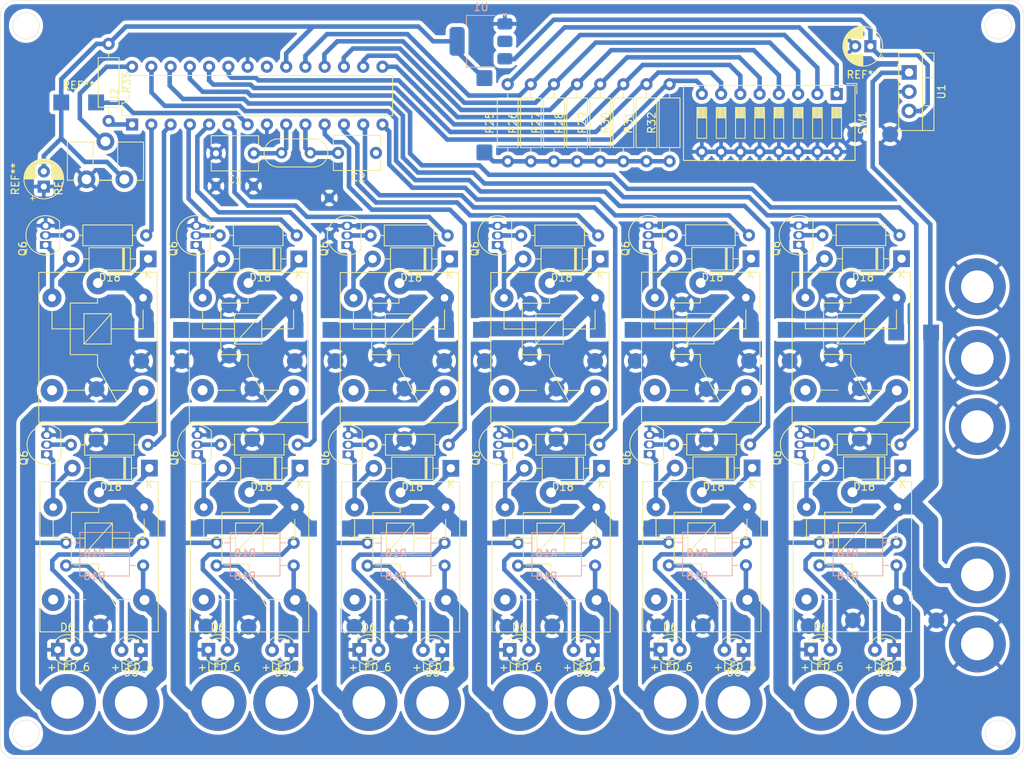
<source format=kicad_pcb>
(kicad_pcb (version 20240108) (generator "pcbnew") (generator_version "8.0")
  (title_block (title "Illuminated Signs control board (12-Pin)") (date "31-08-2024") (rev "1.0") (company "EmbeddedPioneer"))
  (layers (0 "F.Cu" power) (31 "B.Cu" signal) (34 "B.Paste" user) (35 "F.Paste" user) (36 "B.SilkS" user "B.Silkscreen") (37 "F.SilkS" user "F.Silkscreen") (38 "B.Mask" user) (39 "F.Mask" user) (44 "Edge.Cuts" user))
  (net 0 "")
  (net 1 "GND")
  (net 2 "Net-(R27-Pad2)")
  (net 3 "+12V")
  (net 4 "Net-(D6-A)")
  (net 5 "Net-(D18-A)")
  (net 7 "Net-(Q6-B)")
  (net 8 "+5V")
  (net 9 "Net-(U2-XTAL1{slash}PB6)")
  (net 10 "Net-(U2-XTAL2{slash}PB7)")
  (net 11 "unconnected-(R6-Pad2)")
  (net 12 "Net-(R25-Pad2)")
  (net 13 "Net-(R26-Pad2)")
  (net 14 "Net-(R28-Pad2)")
  (net 15 "Net-(R29-Pad2)")
  (net 16 "Net-(R30-Pad2)")
  (net 17 "Net-(R31-Pad2)")
  (net 18 "Net-(R32-Pad2)")
  (net 19 "Net-(U2-~{RESET}{slash}PC6)")
  (net 20 "unconnected-(U2-PD7-Pad13)")
  (net 21 "unconnected-(U2-PD1-Pad3)")
  (net 23 "unconnected-(U2-AVCC-Pad20)")
  (net 24 "unconnected-(U2-PB0-Pad14)")
  (net 28 "unconnected-(U2-PD4-Pad6)")
  (net 37 "unconnected-(U2-PC5-Pad28)")
  (net 40 "unconnected-(U2-PD6-Pad12)")
  (net 42 "+24V")
  (footprint "" (layer "F.Cu") (at 170.35 100.55)
    (property "Reference" "")
    (property "Value" "")
  )
  (footprint "Diode_THT:D_DO-41_SOD81_P10.16mm_Horizontal" (layer "F.Cu") (at 136.47 83.4 180)
    (property "Reference" "D18")
    (property "Value" "1N4007")
  )
  (footprint "Package_TO_SOT_THT:TO-92_Inline" (layer "F.Cu") (at 182.525 81.535 90)
    (property "Reference" "Q6")
    (property "Value" "BC547")
  )
  (footprint "" (layer "F.Cu") (at 116.15 92.75)
    (property "Reference" "")
    (property "Value" "")
  )
  (footprint "" (layer "F.Cu") (at 163.1 118.95)
    (property "Reference" "")
    (property "Value" "")
  )
  (footprint "LED_THT:LED_D3.0mm" (layer "F.Cu") (at 104.645 134.925)
    (property "Reference" "D6")
    (property "Value" "LED")
  )
  (footprint "Resistor_THT:R_Axial_DIN0207_L6.3mm_D2.5mm_P10.16mm_Horizontal" (layer "F.Cu") (at 150.22 70.525 90)
    (property "Reference" "R27")
    (property "Value" "10K")
  )
  (footprint "Resistor_THT:R_Axial_DIN0207_L6.3mm_D2.5mm_P10.16mm_Horizontal" (layer "F.Cu") (at 185.775 107.865)
    (property "Reference" "R6" (hide yes))
    (property "Value" "1K")
  )
  (footprint "" (layer "F.Cu") (at 150 131.85)
    (property "Reference" "")
    (property "Value" "")
  )
  (footprint "" (layer "F.Cu") (at 167.1 96.05)
    (property "Reference" "")
    (property "Value" "")
  )
  (footprint "Package_TO_SOT_THT:TO-220-3_Vertical" (layer "F.Cu") (at 197.05 58.8 -90)
    (property "Reference" "U1")
    (property "Value" "LM7812_TO220")
  )
  (footprint "Package_TO_SOT_THT:TO-92_Inline" (layer "F.Cu") (at 182.675 109.135 90)
    (property "Reference" "Q6")
    (property "Value" "BC547")
  )
  (footprint "LED_THT:LED_D3.0mm" (layer "F.Cu") (at 144.395 134.94)
    (property "Reference" "D6")
    (property "Value" "LED")
  )
  (footprint "" (layer "F.Cu") (at 141.05 69.35)
    (property "Reference" "")
    (property "Value" "")
  )
  (footprint "Resistor_THT:R_Axial_DIN0207_L6.3mm_D2.5mm_P10.16mm_Horizontal" (layer "F.Cu") (at 106.29 107.885)
    (property "Reference" "R6" (hide yes))
    (property "Value" "1K")
  )
  (footprint "" (layer "F.Cu") (at 121.4 96.85)
    (property "Reference" "")
    (property "Value" "")
  )
  (footprint "Diode_THT:D_DO-41_SOD81_P10.16mm_Horizontal" (layer "F.Cu") (at 176.355 110.965 180)
    (property "Reference" "D18")
    (property "Value" "1N4007")
  )
  (footprint "LED_THT:LED_D3.0mm" (layer "F.Cu") (at 135.495 134.99 180)
    (property "Reference" "D6")
    (property "Value" "LED")
  )
  (footprint "Resistor_THT:R_Axial_DIN0207_L6.3mm_D2.5mm_P10.16mm_Horizontal" (layer "F.Cu") (at 185.625 80.265)
    (property "Reference" "R6" (hide yes))
    (property "Value" "1K")
  )
  (footprint "Package_TO_SOT_THT:TO-92_Inline" (layer "F.Cu") (at 162.675 81.535 90)
    (property "Reference" "Q6")
    (property "Value" "BC547")
  )
  (footprint "Crystal:Crystal_HC52-U_Vertical" (layer "F.Cu") (at 114.3 69.415)
    (property "Reference" "Y1" (hide yes))
    (property "Value" "Crystal")
  )
  (footprint "" (layer "F.Cu") (at 163.1 118.95)
    (property "Reference" "")
    (property "Value" "")
  )
  (footprint "Resistor_THT:R_Axial_DIN0207_L6.3mm_D2.5mm_P10.16mm_Horizontal" (layer "F.Cu") (at 91.5 55.04 -90)
    (property "Reference" "R35")
    (property "Value" "10K")
  )
  (footprint "Relay_THT:Relay_SPDT_SANYOU_SRD_Series_Form_C" (layer "F.Cu") (at 189.575 114.145 -90)
    (property "Reference" "K6" (hide yes))
    (property "Value" "SANYOU_SRD_Form_C" (hide yes))
  )
  (footprint "Package_TO_SOT_THT:TO-92_Inline" (layer "F.Cu") (at 123.09 109.17 90)
    (property "Reference" "Q6")
    (property "Value" "BC547")
  )
  (footprint "" (layer "F.Cu") (at 137.7 118.95)
    (property "Reference" "")
    (property "Value" "")
  )
  (footprint "" (layer "F.Cu") (at 195.35 93.1)
    (property "Reference" "")
    (property "Value" "")
  )
  (footprint "" (layer "F.Cu") (at 130.5 100.5)
    (property "Reference" "")
    (property "Value" "")
  )
  (footprint "" (layer "F.Cu") (at 97.95 118.95)
    (property "Reference" "")
    (property "Value" "")
  )
  (footprint "Package_TO_SOT_THT:TO-92_Inline" (layer "F.Cu") (at 162.825 109.135 90)
    (property "Reference" "Q6")
    (property "Value" "BC547")
  )
  (footprint "LED_THT:LED_D3.0mm" (layer "F.Cu") (at 84.795 134.925)
    (property "Reference" "D6")
    (property "Value" "LED")
  )
  (footprint "" (layer "F.Cu") (at 136 92.75)
    (property "Reference" "")
    (property "Value" "")
  )
  (footprint "MountingHole:MountingHole_4.3mm_M4_DIN965_Pad" (layer "F.Cu") (at 185.405 141.855)
    (property "Reference" "+LED_6")
    (property "Value" "MountingHole_4.3mm_M4_DIN965_Pad" (hide yes))
  )
  (footprint "MountingHole:MountingHole_4.3mm_M4_DIN965_Pad" (layer "F.Cu") (at 114.32 141.875)
    (property "Reference" "+LED_6")
    (property "Value" "MountingHole_4.3mm_M4_DIN965_Pad" (hide yes))
  )
  (footprint "Capacitor_THT:C_Disc_D6.0mm_W4.4mm_P5.00mm" (layer "F.Cu") (at 121.75 69.415)
    (property "Reference" "C2")
    (property "Value" "22pf" (hide yes))
  )
  (footprint "MountingHole:MountingHole_4.3mm_M4_DIN965_Pad" (layer "F.Cu") (at 206.05 134.1629 180)
    (property "Reference" "GND" (hide yes))
    (property "Value" "MountingHole_4.3mm_M4_DIN965_Pad" (hide yes))
  )
  (footprint "MountingHole:MountingHole_4.3mm_M4_DIN965_Pad" (layer "F.Cu") (at 125.82 141.89)
    (property "Reference" "+LED_6")
    (property "Value" "MountingHole_4.3mm_M4_DIN965_Pad" (hide yes))
  )
  (footprint "Resistor_THT:R_Axial_DIN0207_L6.3mm_D2.5mm_P10.16mm_Horizontal" (layer "F.Cu") (at 156.32 70.525 90)
    (property "Reference" "R29")
    (property "Value" "10K")
  )
  (footprint "" (layer "F.Cu") (at 144.05 131.9 -90)
    (property "Reference" "")
    (property "Value" "")
  )
  (footprint "" (layer "F.Cu") (at 175.95 96.85)
    (property "Reference" "")
    (property "Value" "")
  )
  (footprint "Resistor_THT:R_Axial_DIN0207_L6.3mm_D2.5mm_P10.16mm_Horizontal" (layer "F.Cu") (at 147.17 70.525 90)
    (property "Reference" "R26")
    (property "Value" "10K")
  )
  (footprint "Button_Switch_THT:SW_DIP_SPSTx08_Slide_9.78x22.5mm_W7.62mm_P2.54mm" (layer "F.Cu") (at 187.5 61.645 -90)
    (property "Reference" "SW1")
    (property "Value" "Control_Switches")
  )
  (footprint "Capacitor_THT:CP_Radial_D5.0mm_P2.00mm" (layer "F.Cu") (at 191.95 55.35 180)
    (property "Reference" "REF**")
    (property "Value" "CP_Radial_D5.0mm_P2.00mm" (hide yes))
  )
  (footprint "Relay_THT:Relay_SPDT_SANYOU_SRD_Series_Form_C" (layer "F.Cu") (at 169.575 86.545 -90)
    (property "Reference" "K6" (hide yes))
    (property "Value" "SANYOU_SRD_Form_C" (hide yes))
  )
  (footprint "" (layer "F.Cu") (at 110.6 73.8)
    (property "Reference" "")
    (property "Value" "")
  )
  (footprint "" (layer "F.Cu") (at 155.65 96.85)
    (property "Reference" "")
    (property "Value" "")
  )
  (footprint "" (layer "F.Cu") (at 107.4 89.5 -90)
    (property "Reference" "")
    (property "Value" "")
  )
  (footprint "" (layer "F.Cu") (at 176.2 92.75)
    (property "Reference" "")
    (property "Value" "")
  )
  (footprint "Resistor_THT:R_Axial_DIN0207_L6.3mm_D2.5mm_P10.16mm_Horizontal" (layer "F.Cu") (at 126.04 80.3)
    (property "Reference" "R6" (hide yes))
    (property "Value" "1K")
  )
  (footprint "Relay_THT:Relay_SPDT_SANYOU_SRD_Series_Form_C" (layer "F.Cu") (at 90.24 114.165 -90)
    (property "Reference" "K6" (hide yes))
    (property "Value" "SANYOU_SRD_Form_C" (hide yes))
  )
  (footprint "Resistor_THT:R_Axial_DIN0207_L6.3mm_D2.5mm_P10.16mm_Horizontal" (layer "F.Cu") (at 86.29 80.285)
    (property "Reference" "R6" (hide yes))
    (property "Value" "1K")
  )
  (footprint "" (layer "F.Cu") (at 180.8 92.75)
    (property "Reference" "")
    (property "Value" "")
  )
  (footprint "" (layer "F.Cu") (at 157.65 118.95)
    (property "Reference" "")
    (property "Value" "")
  )
  (footprint "Capacitor_THT:C_Disc_D6.0mm_W4.4mm_P5.00mm" (layer "F.Cu") (at 110.65 69.465 180)
    (property "Reference" "C1")
    (property "Value" "22pf" (hide yes))
  )
  (footprint "Resistor_THT:R_Axial_DIN0207_L6.3mm_D2.5mm_P10.16mm_Horizontal" (layer "F.Cu") (at 144.12 70.525 90)
    (property "Reference" "R25")
    (property "Value" "10K")
  )
  (footprint "" (layer "F.Cu") (at 110.45 100.5)
    (property "Reference" "")
    (property "Value" "")
  )
  (footprint "Diode_THT:D_DO-41_SOD81_P10.16mm_Horizontal" (layer "F.Cu") (at 176.205 83.365 180)
    (property "Reference" "D18")
    (property "Value" "1N4007")
  )
  (footprint "MountingHole:MountingHole_4.3mm_M4_DIN965_Pad" (layer "F.Cu") (at 134.22 141.89)
    (property "Reference" "+LED_6")
    (property "Value" "MountingHole_4.3mm_M4_DIN965_Pad" (hide yes))
  )
  (footprint "MountingHole:MountingHole_4.3mm_M4_DIN965_Pad" (layer "F.Cu") (at 145.67 141.89)
    (property "Reference" "+LED_6")
    (property "Value" "MountingHole_4.3mm_M4_DIN965_Pad" (hide yes))
  )
  (footprint "Relay_THT:Relay_SPDT_SANYOU_SRD_Series_Form_C" (layer "F.Cu") (at 189.425 86.545 -90)
    (property "Reference" "K6" (hide yes))
    (property "Value" "SANYOU_SRD_Form_C" (hide yes))
  )
  (footprint "" (layer "F.Cu") (at 89.9 107.2)
    (property "Reference" "")
    (property "Value" "")
  )
  (footprint "LED_THT:LED_D3.0mm" (layer "F.Cu") (at 155.345 134.99 180)
    (property "Reference" "D6")
    (property "Value" "LED")
  )
  (footprint "" (layer "F.Cu") (at 140.6 92.75)
    (property "Reference" "")
    (property "Value" "")
  )
  (footprint "" (layer "F.Cu") (at 120.75 92.75)
    (property "Reference" "")
    (property "Value" "")
  )
  (footprint "" (layer "F.Cu") (at 170.35 107.2)
    (property "Reference" "")
    (property "Value" "")
  )
  (footprint "LED_THT:LED_D3.0mm" (layer "F.Cu") (at 124.545 134.94)
    (property "Reference" "D6")
    (property "Value" "LED")
  )
  (footprint "LED_THT:LED_D3.0mm" (layer "F.Cu") (at 195.08 134.955 180)
    (property "Reference" "D6")
    (property "Value" "LED")
  )
  (footprint "" (layer "F.Cu") (at 96.45 92.75)
    (property "Reference" "")
    (property "Value" "")
  )
  (footprint "Package_TO_SOT_THT:TO-92_Inline" (layer "F.Cu") (at 103.19 109.155 90)
    (property "Reference" "Q6")
    (property "Value" "BC547")
  )
  (footprint "" (layer "F.Cu") (at 147.05 89.3)
    (property "Reference" "")
    (property "Value" "")
  )
  (footprint "Resistor_THT:R_Axial_DIN0207_L6.3mm_D2.5mm_P10.16mm_Horizontal" (layer "F.Cu") (at 165.775 80.265)
    (property "Reference" "R6" (hide yes))
    (property "Value" "1K")
  )
  (footprint "" (layer "F.Cu") (at 90.4 131.85 -90)
    (property "Reference" "")
    (property "Value" "")
  )
  (footprint "Package_TO_SOT_THT:TO-92_Inline" (layer "F.Cu") (at 83.34 109.155 90)
    (property "Reference" "Q6")
    (property "Value" "BC547")
  )
  (footprint "Relay_THT:Relay_SPDT_SANYOU_SRD_Series_Form_C" (layer "F.Cu") (at 109.94 86.565 -90)
    (property "Reference" "K6" (hide yes))
    (property "Value" "SANYOU_SRD_Form_C" (hide yes))
  )
  (footprint "" (layer "F.Cu") (at 123.35 118.95)
    (property "Reference" "")
    (property "Value" "")
  )
  (footprint "" (layer "F.Cu") (at 123.35 118.95)
    (property "Reference" "")
    (property "Value" "")
  )
  (footprint "" (layer "F.Cu") (at 200.65 131.05 -90)
    (property "Reference" "")
    (property "Value" "")
  )
  (footprint "" (layer "F.Cu") (at 109.95 131.9)
    (property "Reference" "")
    (property "Value" "")
  )
  (footprint "" (layer "F.Cu") (at 127.25 89.45)
    (property "Reference" "")
    (property "Value" "")
  )
  (footprint "" (layer "F.Cu") (at 105.65 73.8)
    (property "Reference" "")
    (property "Value" "")
  )
  (footprint "" (layer "F.Cu") (at 169.85 131.8)
    (property "Reference" "")
    (property "Value" "")
  )
  (footprint "" (layer "F.Cu") (at 101.15 96.85)
    (property "Reference" "")
    (property "Value" "")
  )
  (footprint "MountingHole:MountingHole_4.3mm_M4_DIN965_Pad" (layer "F.Cu") (at 105.92 141.875)
    (property "Reference" "+LED_6")
    (property "Value" "MountingHole_4.3mm_M4_DIN965_Pad" (hide yes))
  )
  (footprint "Package_TO_SOT_THT:TO-92_Inline" (layer "F.Cu") (at 142.94 109.17 90)
    (property "Reference" "Q6")
    (property "Value" "BC547")
  )
  (footprint "" (layer "F.Cu") (at 141.05 59.55)
    (property "Reference" "")
    (property "Value" "")
  )
  (footprint "Relay_THT:Relay_SPDT_SANYOU_SRD_Series_Form_C" (layer "F.Cu") (at 149.69 86.58 -90)
    (property "Reference" "K6" (hide yes))
    (property "Value" "SANYOU_SRD_Form_C" (hide yes))
  )
  (footprint "Potentiometer_THT:Potentiometer_ACP_CA9-H5_Horizontal" (layer "F.Cu") (at 88.575 72.9 90)
    (property "Reference" "REF**")
    (property "Value" "Potentiometer_ACP_CA9-H5_Horizontal" (hide yes))
  )
  (footprint "" (layer "F.Cu") (at 143.15 118.95)
    (property "Reference" "")
    (property "Value" "")
  )
  (footprint "Diode_THT:D_DO-41_SOD81_P10.16mm_Horizontal" (layer "F.Cu") (at 116.72 110.985 180)
    (property "Reference" "D18")
    (property "Value" "1N4007")
  )
  (footprint "" (layer "F.Cu") (at 143.15 118.95)
    (property "Reference" "")
    (property "Value" "")
  )
  (footprint "" (layer "F.Cu") (at 130.1 131.9)
    (property "Reference" "")
    (property "Value" "")
  )
  (footprint "" (layer "F.Cu") (at 199.95 93.1)
    (property "Reference" "")
    (property "Value" "")
  )
  (footprint "" (layer "F.Cu") (at 163.95 131.85 -90)
    (property "Reference" "")
    (property "Value" "")
  )
  (footprint "Package_DIP:DIP-28_W7.62mm" (layer "F.Cu") (at 94.59 65.665 90)
    (property "Reference" "U2")
    (property "Value" "ATmega328P")
  )
  (footprint "Relay_THT:Relay_SPDT_SANYOU_SRD_Series_Form_C" (layer "F.Cu") (at 110.09 114.165 -90)
    (property "Reference" "K6" (hide yes))
    (property "Value" "SANYOU_SRD_Form_C" (hide yes))
  )
  (footprint "" (layer "F.Cu") (at 147.05 95.95)
    (property "Reference" "")
    (property "Value" "")
  )
  (footprint "LED_THT:LED_D3.0mm" (layer "F.Cu") (at 164.28 134.905)
    (property "Reference" "D6")
    (property "Value" "LED")
  )
  (footprint "" (layer "F.Cu") (at 117.9 118.95)
    (property "Reference" "")
    (property "Value" "")
  )
  (footprint "Package_TO_SOT_THT:TO-92_Inline" (layer "F.Cu") (at 103.04 81.555 90)
    (property "Reference" "Q6")
    (property "Value" "BC547")
  )
  (footprint "" (layer "F.Cu") (at 190.55 107.1)
    (property "Reference" "")
    (property "Value" "")
  )
  (footprint "" (layer "F.Cu") (at 103.4 118.95)
    (property "Reference" "")
    (property "Value" "")
  )
  (footprint "" (layer "F.Cu") (at 117.9 118.95)
    (property "Reference" "")
    (property "Value" "")
  )
  (footprint "" (layer "F.Cu") (at 123.9 131.9 -90)
    (property "Reference" "")
    (property "Value" "")
  )
  (footprint "" (layer "F.Cu") (at 110.45 107.15)
    (property "Reference" "")
    (property "Value" "")
  )
  (footprint "Resistor_THT:R_Axial_DIN0207_L6.3mm_D2.5mm_P10.16mm_Horizontal" (layer "F.Cu") (at 126.19 107.9)
    (property "Reference" "R6" (hide yes))
    (property "Value" "1K")
  )
  (footprint "Resistor_THT:R_Axial_DIN0207_L6.3mm_D2.5mm_P10.16mm_Horizontal" (layer "F.Cu") (at 165.47 70.515 90)
    (property "Reference" "R32")
    (property "Value" "10K")
  )
  (footprint "" (layer "F.Cu") (at 116.05 96.85)
    (property "Reference" "")
    (property "Value" "")
  )
  (footprint "Relay_THT:Relay_SPDT_SANYOU_SRD_Series_Form_C" (layer "F.Cu") (at 129.84 86.58 -90)
    (property "Reference" "K6" (hide yes))
    (property "Value" "SANYOU_SRD_Form_C" (hide yes))
  )
  (footprint "" (layer "F.Cu") (at 150.55 107.15)
    (property "Reference" "")
    (property "Value" "")
  )
  (footprint "Diode_THT:D_DO-41_SOD81_P10.16mm_Horizontal" (layer "F.Cu") (at 156.32 83.4 180)
    (property "Reference" "D18")
    (property "Value" "1N4007")
  )
  (footprint "Resistor_THT:R_Axial_DIN0207_L6.3mm_D2.5mm_P10.16mm_Horizontal" (layer "F.Cu") (at 106.14 80.285)
    (property "Reference" "R6" (hide yes))
    (property "Value" "1K")
  )
  (footprint "Resistor_THT:R_Axial_DIN0207_L6.3mm_D2.5mm_P10.16mm_Horizontal" (layer "F.Cu") (at 86.52 107.9)
    (property "Reference" "R6" (hide yes))
    (property "Value" "1K")
  )
  (footprint "Diode_THT:D_DO-41_SOD81_P10.16mm_Horizontal" (layer "F.Cu") (at 116.57 83.385 180)
    (property "Reference" "D18")
    (property "Value" "1N4007")
  )
  (footprint "" (layer "F.Cu") (at 95.8 96.85)
    (property "Reference" "")
    (property "Value" "")
  )
  (footprint "" (layer "F.Cu") (at 157.65 118.95)
    (property "Reference" "")
    (property "Value" "")
  )
  (footprint "LED_THT:LED_D3.0mm" (layer "F.Cu") (at 175.23 134.955 180)
    (property "Reference" "D6")
    (property "Value" "LED")
  )
  (footprint "LED_THT:LED_D3.0mm" (layer "F.Cu") (at 115.595 134.975 180)
    (property "Reference" "D6")
    (property "Value" "LED")
  )
  (footprint "Resistor_THT:R_Axial_DIN0207_L6.3mm_D2.5mm_P10.16mm_Horizontal" (layer "F.Cu") (at 146.04 107.9)
    (property "Reference" "R6" (hide yes))
    (property "Value" "1K")
  )
  (footprint "Diode_THT:D_DO-41_SOD81_P10.16mm_Horizontal" (layer "F.Cu") (at 156.47 111 180)
    (property "Reference" "D18")
    (property "Value" "1N4007")
  )
  (footprint "LED_THT:LED_D3.0mm" (layer "F.Cu") (at 95.745 134.975 180)
    (property "Reference" "D6")
    (property "Value" "LED")
  )
  (footprint "" (layer "F.Cu") (at 160.6 92.75)
    (property "Reference" "")
    (property "Value" "")
  )
  (footprint "" (layer "F.Cu") (at 161 96.85)
    (property "Reference" "")
    (property "Value" "")
  )
  (footprint "Diode_THT:D_DO-41_SOD81_P10.16mm_Horizontal" (layer "F.Cu") (at 96.87 110.985 180)
    (property "Reference" "D18")
    (property "Value" "1N4007")
  )
  (footprint "MountingHole:MountingHole_4.3mm_M4_DIN965_Pad" (layer "F.Cu") (at 173.955 141.855)
    (property "Reference" "+LED_6")
    (property "Value" "MountingHole_4.3mm_M4_DIN965_Pad" (hide yes))
  )
  (footprint "" (layer "F.Cu") (at 103.4 118.95)
    (property "Reference" "")
    (property "Value" "")
  )
  (footprint "MountingHole:MountingHole_4.3mm_M4_DIN965_Pad" (layer "F.Cu") (at 94.47 141.875)
    (property "Reference" "+LED_6")
    (property "Value" "MountingHole_4.3mm_M4_DIN965_Pad" (hide yes))
  )
  (footprint "Relay_THT:Relay_SPDT_SANYOU_SRD_Series_Form_C" (layer "F.Cu") (at 129.99 114.18 -90)
    (property "Reference" "K6" (hide yes))
    (property "Value" "SANYOU_SRD_Form_C" (hide yes))
  )
  (footprint "" (layer "F.Cu") (at 120.6 80.3 90)
    (property "Reference" "")
    (property "Value" "")
  )
  (footprint "" (layer "F.Cu") (at 186.85 96.1)
    (property "Reference" "")
    (property "Value" "")
  )
  (footprint "MountingHole:MountingHole_4.3mm_M4_DIN965_Pad" (layer "F.Cu") (at 154.07 141.89)
    (property "Reference" "+LED_6")
    (property "Value" "MountingHole_4.3mm_M4_DIN965_Pad" (hide yes))
  )
  (footprint "Diode_THT:D_DO-41_SOD81_P10.16mm_Horizontal" (layer "F.Cu") (at 196.055 83.365 180)
    (property "Reference" "D18")
    (property "Value" "1N4007")
  )
  (footprint "" (layer "F.Cu") (at 190.55 100.45)
    (property "Reference" "")
    (property "Value" "")
  )
  (footprint "" (layer "F.Cu") (at 127.25 96.1)
    (property "Reference" "")
    (property "Value" "")
  )
  (footprint "Resistor_THT:R_Axial_DIN0207_L6.3mm_D2.5mm_P10.16mm_Horizontal" (layer "F.Cu") (at 159.37 70.525 90)
    (property "Reference" "R30")
    (property "Value" "10K")
  )
  (footprint "Connector_Wire:SolderWire-0.5sqmm_1x02_P4.6mm_D0.9mm_OD2.1mm" (layer "F.Cu") (at 85.25 62.75)
    (property "Reference" "REF**")
    (property "Value" "SolderWire-0.5sqmm_1x02_P4.6mm_D0.9mm_OD2.1mm" (hide yes))
  )
  (footprint "Relay_THT:Relay_SPDT_SANYOU_SRD_Series_Form_C" (layer "F.Cu") (at 149.84 114.18 -90)
    (property "Reference" "K6" (hide yes))
    (property "Value" "SANYOU_SRD_Form_C" (hide yes))
  )
  (footprint "Package_TO_SOT_THT:TO-92_Inline" (layer "F.Cu") (at 142.79 81.57 90)
    (property "Reference" "Q6")
    (property "Value" "BC547")
  )
  (footprint "Resistor_THT:R_Axial_DIN0207_L6.3mm_D2.5mm_P10.16mm_Horizontal" (layer "F.Cu") (at 145.89 80.3)
    (property "Reference" "R6" (hide yes))
    (property "Value" "1K")
  )
  (footprint "Relay_THT:Relay_SPDT_SANYOU_SRD_Series_Form_C" (layer "F.Cu") (at 90.09 86.565 -90)
    (property "Reference" "K6" (hide yes))
    (property "Value" "SANYOU_SRD_Form_C" (hide yes))
  )
  (footprint "LED_THT:LED_D3.0mm" (layer "F.Cu") (at 184.13 134.905)
    (property "Reference" "D6")
    (property "Value" "LED")
  )
  (footprint "Resistor_THT:R_Axial_DIN0207_L6.3mm_D2.5mm_P10.16mm_Horizontal" (layer "F.Cu") (at 165.925 107.865)
    (property "Reference" "R6" (hide yes))
    (property "Value" "1K")
  )
  (footprint "" (layer "F.Cu") (at 189.65 131.05)
    (property "Reference" "")
    (property "Value" "")
  )
  (footprint "Diode_THT:D_DO-41_SOD81_P10.16mm_Horizontal" (layer "F.Cu") (at 196.205 110.965 180)
    (property "Reference" "D18")
    (property "Value" "1N4007")
  )
  (footprint "Capacitor_THT:CP_Radial_D5.0mm_P2.00mm" (layer "F.Cu") (at 82.95 73.85 90)
    (property "Reference" "REF**")
    (property "Value" "CP_Radial_D5.0mm_P2.00mm" (hide yes))
  )
  (footprint "" (layer "F.Cu") (at 181.3 96.85)
    (property "Reference" "")
    (property "Value" "")
  )
  (footprint "" (layer "F.Cu") (at 150.55 100.5)
    (property "Reference" "")
    (property "Value" "")
  )
  (footprint "MountingHole:MountingHole_4.3mm_M4_DIN965_Pad" (layer "F.Cu") (at 193.805 141.855)
    (property "Reference" "+LED_6")
    (property "Value" "MountingHole_4.3mm_M4_DIN965_Pad" (hide yes))
  )
  (footprint "Diode_THT:D_DO-41_SOD81_P10.16mm_Horizontal" (layer "F.Cu") (at 136.62 111 180)
    (property "Reference" "D18")
    (property "Value" "1N4007")
  )
  (footprint "" (layer "F.Cu") (at 97.95 118.95)
    (property "Reference" "")
    (property "Value" "")
  )
  (footprint "MountingHole:MountingHole_4.3mm_M4_DIN965_Pad" (layer "F.Cu") (at 206.05 87.055 180)
    (property "Reference" "-LED_4" (hide yes))
    (property "Value" "MountingHole_4.3mm_M4_DIN965_Pad" (hide yes))
  )
  (footprint "Package_TO_SOT_THT:TO-92_Inline" (layer "F.Cu") (at 83.19 81.555 90)
    (property "Reference" "Q6")
    (property "Value" "BC547")
  )
  (footprint "Diode_THT:D_DO-41_SOD81_P10.16mm_Horizontal" (layer "F.Cu") (at 96.72 83.385 180)
    (property "Reference" "D18")
    (property "Value" "1N4007")
  )
  (footprint "" (layer "F.Cu") (at 186.85 89.45)
    (property "Reference" "")
    (property "Value" "")
  )
  (footprint "" (layer "F.Cu") (at 167.1 89.4)
    (property "Reference" "")
    (property "Value" "")
  )
  (footprint "MountingHole:MountingHole_4.3mm_M4_DIN965_Pad" (layer "F.Cu") (at 206.05 105.5 180)
    (property "Reference" "-LED_4" (hide yes))
    (property "Value" "MountingHole_4.3mm_M4_DIN965_Pad" (hide yes))
  )
  (footprint "" (layer "F.Cu") (at 135.75 96.85)
    (property "Reference" "")
    (property "Value" "")
  )
  (footprint "" (layer "F.Cu") (at 137.7 118.95)
    (property "Reference" "")
    (property "Value" "")
  )
  (footprint "MountingHole:MountingHole_4.3mm_M4_DIN965_Pad" (layer "F.Cu") (at 206.05 96.5 180)
    (property "Reference" "-LED_5" (hide yes))
    (property "Value" "MountingHole_4.3mm_M4_DIN965_Pad" (hide yes))
  )
  (footprint "" (layer "F.Cu") (at 130.5 107.15)
    (property "Reference" "")
    (property "Value" "")
  )
  (footprint "MountingHole:MountingHole_4.3mm_M4_DIN965_Pad" (layer "F.Cu") (at 206.05 125.05 180)
    (property "Reference" "+24V" (hide yes))
    (property "Value" "MountingHole_4.3mm_M4_DIN965_Pad" (hide yes))
  )
  (footprint "Relay_THT:Relay_SPDT_SANYOU_SRD_Series_Form_C" (layer "F.Cu") (at 169.725 114.145 -90)
    (property "Reference" "K6" (hide yes))
    (property "Value" "SANYOU_SRD_Form_C" (hide yes))
  )
  (footprint "" (layer "F.Cu") (at 120.6 75.35 90)
    (property "Reference" "")
    (property "Value" "")
  )
  (footprint "" (layer "F.Cu") (at 101.05 92.75)
    (property "Reference" "")
    (property "Value" "")
  )
  (footprint "" (layer "F.Cu") (at 194.55 66.95)
    (property "Reference" "")
    (property "Value" "")
  )
  (footprint "" (layer "F.Cu") (at 89.9 100.55)
    (property "Reference" "")
    (property "Value" "")
  )
  (footprint "" (layer "F.Cu") (at 107.4 96.15 -90)
    (property "Reference" "")
    (property "Value" "")
  )
  (footprint "" (layer "F.Cu") (at 177.4 118.95)
    (property "Reference" "")
    (property "Value" "")
  )
  (footprint "MountingHole:MountingHole_4.3mm_M4_DIN965_Pad" (layer "F.Cu") (at 165.555 141.855)
    (property "Reference" "+LED_6")
    (property "Value" "MountingHole_4.3mm_M4_DIN965_Pad" (hide yes))
  )
  (footprint "Resistor_THT:R_Axial_DIN0207_L6.3mm_D2.5mm_P10.16mm_Horizontal" (layer "F.Cu") (at 162.42 70.515 90)
    (property "Reference" "R31")
    (property "Value" "10K")
  )
  (footprint "MountingHole:MountingHole_4.3mm_M4_DIN965_Pad" (layer "F.Cu") (at 86.07 141.875)
    (property "Reference" "+LED_6")
    (property "Value" "MountingHole_4.3mm_M4_DIN965_Pad" (hide yes))
  )
  (footprint "" (layer "F.Cu") (at 141.1 96.85)
    (property "Reference" "")
    (property "Value" "")
  )
  (footprint "Package_TO_SOT_THT:TO-92_Inline" (layer "F.Cu") (at 122.94 81.57 90)
    (property "Reference" "Q6")
    (property "Value" "BC547")
  )
  (footprint "Resistor_THT:R_Axial_DIN0207_L6.3mm_D2.5mm_P10.16mm_Horizontal" (layer "F.Cu") (at 153.27 70.525 90)
    (property "Reference" "R28")
    (property "Value" "10K")
  )
  (footprint "" (layer "F.Cu") (at 183.8 131.8 -90)
    (property "Reference" "")
    (property "Value" "")
  )
  (footprint "" (layer "F.Cu") (at 182.85 118.95)
    (property "Reference" "")
    (property "Value" "")
  )
  (footprint "" (layer "F.Cu") (at 104.35 131.85 -90)
    (property "Reference" "")
    (property "Value" "")
  )
  (footprint "" (layer "F.Cu") (at 189.95 66.95)
    (property "Reference" "")
    (property "Value" "")
  )
  (footprint "" (layer "F.Cu") (at 156 92.75)
    (property "Reference" "")
    (property "Value" "")
  )
  (footprint "Resistor_THT:R_Axial_DIN0207_L6.3mm_D2.5mm_P10.16mm_Horizontal" (layer "B.Cu") (at 105.74 120.825)
    (property "Reference" "R18")
    (property "Value" "470R")
  )
  (footprint "Resistor_THT:R_Axial_DIN0207_L6.3mm_D2.5mm_P10.16mm_Horizontal" (layer "B.Cu") (at 165.375 123.805)
    (property "Reference" "R18")
    (property "Value" "470R")
  )
  (footprint "Resistor_THT:R_Axial_DIN0207_L6.3mm_D2.5mm_P10.16mm_Horizontal" (layer "B.Cu") (at 145.49 120.84)
    (property "Reference" "R18")
    (property "Value" "470R")
  )
  (footprint "Resistor_THT:R_Axial_DIN0207_L6.3mm_D2.5mm_P10.16mm_Horizontal" (layer "B.Cu") (at 185.225 120.805)
    (property "Reference" "R18")
    (property "Value" "470R")
  )
  (footprint "Resistor_THT:R_Axial_DIN0207_L6.3mm_D2.5mm_P10.16mm_Horizontal" (layer "B.Cu") (at 145.49 123.84)
    (property "Reference" "R18")
    (property "Value" "470R")
  )
  (footprint "Resistor_THT:R_Axial_DIN0207_L6.3mm_D2.5mm_P10.16mm_Horizontal" (layer "B.Cu") (at 105.74 123.825)
    (property "Reference" "R18")
    (property "Value" "470R")
  )
  (footprint "Resistor_THT:R_Axial_DIN0207_L6.3mm_D2.5mm_P10.16mm_Horizontal" (layer "B.Cu") (at 125.64 123.84)
    (property "Reference" "R18")
    (property "Value" "470R")
  )
  (footprint "Resistor_THT:R_Axial_DIN0207_L6.3mm_D2.5mm_P10.16mm_Horizontal" (layer "B.Cu") (at 125.64 120.84)
    (property "Reference" "R18")
    (property "Value" "470R")
  )
  (footprint "Resistor_THT:R_Axial_DIN0207_L6.3mm_D2.5mm_P10.16mm_Horizontal" (layer "B.Cu") (at 165.375 120.805)
    (property "Reference" "R18")
    (property "Value" "470R")
  )
  (footprint "Resistor_THT:R_Axial_DIN0207_L6.3mm_D2.5mm_P10.16mm_Horizontal" (layer "B.Cu") (at 85.89 120.825)
    (property "Reference" "R18")
    (property "Value" "470R")
  )
  (footprint "Resistor_THT:R_Axial_DIN0207_L6.3mm_D2.5mm_P10.16mm_Horizontal" (layer "B.Cu") (at 85.89 123.825)
    (property "Reference" "R18")
    (property "Value" "470R")
  )
  (footprint "Resistor_THT:R_Axial_DIN0207_L6.3mm_D2.5mm_P10.16mm_Horizontal" (layer "B.Cu") (at 185.225 123.805)
    (property "Reference" "R18")
    (property "Value" "470R")
  )
  (footprint "Package_TO_SOT_SMD:SOT-223-3_TabPin2" (layer "B.Cu") (at 140.6 54.7 180)
    (property "Reference" "U1")
    (property "Value" "AMS1117-5.0" (hide yes))
  )
  (gr_circle (center 80.6 145.95) (end 82.35 145.95) (stroke (width 0.05)) (fill none) (layer "Edge.Cuts"))
  (gr_circle (center 208.85 145.95) (end 210.6 145.95) (stroke (width 0.05)) (fill none) (layer "Edge.Cuts"))
  (gr_arc (start 210.2 49.3) (mid 211.614214 49.885786) (end 212.2 51.3) (stroke (width 0.05)) (layer "Edge.Cuts"))
  (gr_line (start 210.2 149.3) (end 79.2 149.3) (stroke (width 0.05)) (layer "Edge.Cuts"))
  (gr_circle (center 208.8 52.65) (end 210.55 52.65) (stroke (width 0.05)) (fill none) (layer "Edge.Cuts"))
  (gr_arc (start 77.2 51.3) (mid 77.785786 49.885786) (end 79.2 49.3) (stroke (width 0.05)) (layer "Edge.Cuts"))
  (gr_line (start 79.2 49.3) (end 210.2 49.3) (stroke (width 0.05)) (layer "Edge.Cuts"))
  (gr_circle (center 80.6 52.65) (end 82.35 52.65) (stroke (width 0.05)) (fill none) (layer "Edge.Cuts"))
  (gr_line (start 77.2 147.3) (end 77.2 51.3) (stroke (width 0.05)) (layer "Edge.Cuts"))
  (gr_arc (start 79.2 149.3) (mid 77.785786 148.714214) (end 77.2 147.3) (stroke (width 0.05)) (layer "Edge.Cuts"))
  (gr_line (start 212.2 51.3) (end 212.2 147.3) (stroke (width 0.05)) (layer "Edge.Cuts"))
  (gr_arc (start 212.2 147.3) (mid 211.614214 148.714214) (end 210.2 149.3) (stroke (width 0.05)) (layer "Edge.Cuts"))
  (segment (start 163.555 123.155) (end 164.355 122.355) (width 0.6) (layer "B.Cu") (net 0))
  (segment (start 84.87 122.375) (end 94.5 122.375) (width 0.6) (layer "B.Cu") (net 0))
  (segment (start 146.935 127.605) (end 143.67 124.34) (width 0.6) (layer "B.Cu") (net 0))
  (segment (start 127.085 134.94) (end 127.085 127.605) (width 0.6) (layer "B.Cu") (net 0))
  (segment (start 124.62 122.39) (end 134.25 122.39) (width 0.6) (layer "B.Cu") (net 0))
  (segment (start 163.555 124.305) (end 163.555 123.155) (width 0.6) (layer "B.Cu") (net 0))
  (segment (start 183.405 124.305) (end 183.405 123.155) (width 0.6) (layer "B.Cu") (net 0))
  (segment (start 186.67 134.905) (end 186.67 127.57) (width 0.6) (layer "B.Cu") (net 0))
  (segment (start 146.935 134.94) (end 146.935 127.605) (width 0.6) (layer "B.Cu") (net 0))
  (segment (start 87.335 134.925) (end 87.335 127.59) (width 0.6) (layer "B.Cu") (net 0))
  (segment (start 143.67 124.34) (end 143.67 123.19) (width 0.6) (layer "B.Cu") (net 0))
  (segment (start 184.205 122.355) (end 193.835 122.355) (width 0.6) (layer "B.Cu") (net 0))
  (segment (start 173.985 122.355) (end 175.535 120.805) (width 0.6) (layer "B.Cu") (net 0))
  (segment (start 127.085 127.605) (end 123.82 124.34) (width 0.6) (layer "B.Cu") (net 0))
  (segment (start 87.335 127.59) (end 84.07 124.325) (width 0.6) (layer "B.Cu") (net 0))
  (segment (start 164.355 122.355) (end 173.985 122.355) (width 0.6) (layer "B.Cu") (net 0))
  (segment (start 144.47 122.39) (end 154.1 122.39) (width 0.6) (layer "B.Cu") (net 0))
  (segment (start 123.82 124.34) (end 123.82 123.19) (width 0.6) (layer "B.Cu") (net 0))
  (segment (start 84.07 123.175) (end 84.87 122.375) (width 0.6) (layer "B.Cu") (net 0))
  (segment (start 193.835 122.355) (end 195.385 120.805) (width 0.6) (layer "B.Cu") (net 0))
  (segment (start 143.67 123.19) (end 144.47 122.39) (width 0.6) (layer "B.Cu") (net 0))
  (segment (start 166.82 134.905) (end 166.82 127.57) (width 0.6) (layer "B.Cu") (net 0))
  (segment (start 166.82 127.57) (end 163.555 124.305) (width 0.6) (layer "B.Cu") (net 0))
  (segment (start 123.82 123.19) (end 124.62 122.39) (width 0.6) (layer "B.Cu") (net 0))
  (segment (start 186.67 127.57) (end 183.405 124.305) (width 0.6) (layer "B.Cu") (net 0))
  (segment (start 183.405 123.155) (end 184.205 122.355) (width 0.6) (layer "B.Cu") (net 0))
  (segment (start 94.5 122.375) (end 96.05 120.825) (width 0.6) (layer "B.Cu") (net 0))
  (segment (start 154.1 122.39) (end 155.65 120.84) (width 0.6) (layer "B.Cu") (net 0))
  (segment (start 134.25 122.39) (end 135.8 120.84) (width 0.6) (layer "B.Cu") (net 0))
  (segment (start 84.07 124.325) (end 84.07 123.175) (width 0.6) (layer "B.Cu") (net 0))
  (segment (start 177.34 69.265) (end 179.88 69.265) (width 0.6) (layer "B.Cu") (net 1))
  (segment (start 169.72 69.265) (end 172.26 69.265) (width 0.6) (layer "B.Cu") (net 1))
  (segment (start 179.88 69.265) (end 182.42 69.265) (width 0.6) (layer "B.Cu") (net 1))
  (segment (start 184.96 69.265) (end 187.5 69.265) (width 0.6) (layer "B.Cu") (net 1))
  (segment (start 105.85 73.8) (end 105.65 73.6) (width 0.6) (layer "B.Cu") (net 1))
  (segment (start 174.8 69.265) (end 177.34 69.265) (width 0.6) (layer "B.Cu") (net 1))
  (segment (start 204.3 135.05) (end 203.35 134.1) (width 0.6) (layer "B.Cu") (net 1))
  (segment (start 182.42 69.265) (end 184.96 69.265) (width 0.6) (layer "B.Cu") (net 1))
  (segment (start 109.85 58.065) (end 109.83 58.045) (width 0) (layer "B.Cu") (net 1))
  (segment (start 172.26 69.265) (end 174.8 69.265) (width 0.6) (layer "B.Cu") (net 1))
  (segment (start 155.72 54.865) (end 178.67 54.865) (width 0.6) (layer "B.Cu") (net 2))
  (segment (start 130.3 54.7) (end 121.65 54.7) (width 0.6) (layer "B.Cu") (net 2))
  (segment (start 150.22 60.365) (end 147.785 62.8) (width 0.6) (layer "B.Cu") (net 2))
  (segment (start 182.42 58.615) (end 182.42 61.645) (width 0.6) (layer "B.Cu") (net 2))
  (segment (start 121.65 54.7) (end 119.95 56.4) (width 0.6) (layer "B.Cu") (net 2))
  (segment (start 178.67 54.865) (end 182.42 58.615) (width 0.6) (layer "B.Cu") (net 2))
  (segment (start 138.4 62.8) (end 130.3 54.7) (width 0.6) (layer "B.Cu") (net 2))
  (segment (start 150.22 60.365) (end 155.72 54.865) (width 0.6) (layer "B.Cu") (net 2))
  (segment (start 119.95 56.4) (end 119.95 58.05) (width 0.6) (layer "B.Cu") (net 2))
  (segment (start 147.785 62.8) (end 138.4 62.8) (width 0.6) (layer "B.Cu") (net 2))
  (segment (start 117.92 138.275) (end 114.32 141.875) (width 2) (layer "B.Cu") (net 3))
  (segment (start 96.24 128.365) (end 98.17 130.295) (width 2) (layer "B.Cu") (net 3))
  (segment (start 145 57.05) (end 143.6 57.05) (width 0.6) (layer "B.Cu") (net 3))
  (segment (start 150.2 51.85) (end 145 57.05) (width 0.6) (layer "B.Cu") (net 3))
  (segment (start 136.14 140.12) (end 134.57 141.69) (width 0.6) (layer "B.Cu") (net 3))
  (segment (start 157.67 138.29) (end 154.07 141.89) (width 2) (layer "B.Cu") (net 3))
  (segment (start 116.09 128.365) (end 118.02 130.295) (width 2) (layer "B.Cu") (net 3))
  (segment (start 137.82 138.29) (end 134.22 141.89) (width 2) (layer "B.Cu") (net 3))
  (segment (start 155.99 140.12) (end 154.42 141.69) (width 0.6) (layer "B.Cu") (net 3))
  (segment (start 155.84 128.38) (end 157.77 130.31) (width 2) (layer "B.Cu") (net 3))
  (segment (start 135.8 128.17) (end 135.92 128.29) (width 0.6) (layer "B.Cu") (net 3))
  (segment (start 98.17 130.295) (end 98.17 138.275) (width 2) (layer "B.Cu") (net 3))
  (segment (start 157.77 138.29) (end 157.67 138.29) (width 0.6) (layer "B.Cu") (net 3))
  (segment (start 137.92 130.31) (end 137.92 138.29) (width 2) (layer "B.Cu") (net 3))
  (segment (start 157.77 130.31) (end 157.77 138.29) (width 2) (layer "B.Cu") (net 3))
  (segment (start 199.5 63) (end 199.5 57.85) (width 0.6) (layer "B.Cu") (net 3))
  (segment (start 96.87 110.985) (end 96.87 111.415) (width 0.6) (layer "B.Cu") (net 3))
  (segment (start 98.17 138.275) (end 98.07 138.275) (width 0.6) (layer "B.Cu") (net 3))
  (segment (start 150.2 51.85) (end 190.65 51.85) (width 0.6) (layer "B.Cu") (net 3))
  (segment (start 137.92 138.29) (end 137.82 138.29) (width 0.6) (layer "B.Cu") (net 3))
  (segment (start 115.9 128.155) (end 116.02 128.275) (width 0.6) (layer "B.Cu") (net 3))
  (segment (start 116.24 140.105) (end 114.67 141.675) (width 0.6) (layer "B.Cu") (net 3))
  (segment (start 191.95 53.15) (end 191.95 55.3) (width 0.6) (layer "B.Cu") (net 3))
  (segment (start 97.95 118.95) (end 96.19 117.19) (width 2) (layer "B.Cu") (net 3))
  (segment (start 199.5 57.85) (end 198.15 56.5) (width 0.6) (layer "B.Cu") (net 3))
  (segment (start 94.24 114.165) (end 96.19 116.115) (width 2) (layer "B.Cu") (net 3))
  (segment (start 193.05 56.5) (end 191.9 55.35) (width 0.6) (layer "B.Cu") (net 3))
  (segment (start 94.12 114.165) (end 94.24 114.165) (width 0.6) (layer "B.Cu") (net 3))
  (segment (start 98.07 138.275) (end 94.47 141.875) (width 2) (layer "B.Cu") (net 3))
  (segment (start 198.15 56.5) (end 193.05 56.5) (width 0.6) (layer "B.Cu") (net 3))
  (segment (start 96.29 127.81) (end 96.19 127.91) (width 0.6) (layer "B.Cu") (net 3))
  (segment (start 190.65 51.85) (end 191.95 53.15) (width 0.6) (layer "B.Cu") (net 3))
  (segment (start 155.89 127.825) (end 155.79 127.925) (width 0.6) (layer "B.Cu") (net 3))
  (segment (start 96.05 128.155) (end 96.17 128.275) (width 0.6) (layer "B.Cu") (net 3))
  (segment (start 96.39 140.105) (end 94.82 141.675) (width 0.6) (layer "B.Cu") (net 3))
  (segment (start 96.19 117.19) (end 96.19 116.115) (width 0.6) (layer "B.Cu") (net 3))
  (segment (start 116.14 127.81) (end 116.04 127.91) (width 0.6) (layer "B.Cu") (net 3))
  (segment (start 198.61 63.89) (end 199.5 63) (width 0.6) (layer "B.Cu") (net 3))
  (segment (start 118.02 130.295) (end 118.02 138.275) (width 2) (layer "B.Cu") (net 3))
  (segment (start 96.87 111.415) (end 94.12 114.165) (width 0.6) (layer "B.Cu") (net 3))
  (segment (start 197.295 63.89) (end 198.61 63.89) (width 0.6) (layer "B.Cu") (net 3))
  (segment (start 135.99 128.38) (end 137.92 130.31) (width 2) (layer "B.Cu") (net 3))
  (segment (start 155.65 128.17) (end 155.77 128.29) (width 0.6) (layer "B.Cu") (net 3))
  (segment (start 118.02 138.275) (end 117.92 138.275) (width 0.6) (layer "B.Cu") (net 3))
  (segment (start 136.04 127.825) (end 135.94 127.925) (width 0.6) (layer "B.Cu") (net 3))
  (segment (start 90.24 114.165) (end 94.12 114.165) (width 2) (layer "B.Cu") (net 3))
  (segment (start 172.605 135.055) (end 172.705 134.955) (width 0.6) (layer "B.Cu") (net 4))
  (segment (start 172.705 134.955) (end 172.705 128.355) (width 0.6) (layer "B.Cu") (net 4))
  (segment (start 113.07 128.375) (end 108.52 123.825) (width 0.6) (layer "B.Cu") (net 4))
  (segment (start 148.27 123.84) (end 145.47 123.84) (width 0.6) (layer "B.Cu") (net 4))
  (segment (start 93.22 134.975) (end 93.22 128.375) (width 0.6) (layer "B.Cu") (net 4))
  (segment (start 108.52 123.825) (end 105.72 123.825) (width 0.6) (layer "B.Cu") (net 4))
  (segment (start 96.05 123.825) (end 96.05 128.405) (width 0.6) (layer "B.Cu") (net 4))
  (segment (start 152.82 134.99) (end 152.82 128.39) (width 0.6) (layer "B.Cu") (net 4))
  (segment (start 132.97 134.99) (end 132.97 128.39) (width 0.6) (layer "B.Cu") (net 4))
  (segment (start 135.8 128.42) (end 135.87 128.49) (width 0.6) (layer "B.Cu") (net 4))
  (segment (start 128.42 123.84) (end 125.62 123.84) (width 0.6) (layer "B.Cu") (net 4))
  (segment (start 93.22 128.375) (end 88.67 123.825) (width 0.6) (layer "B.Cu") (net 4))
  (segment (start 155.65 123.84) (end 155.65 128.42) (width 0.6) (layer "B.Cu") (net 4))
  (segment (start 132.87 135.09) (end 132.97 134.99) (width 0.6) (layer "B.Cu") (net 4))
  (segment (start 88.67 123.825) (end 85.87 123.825) (width 0.6) (layer "B.Cu") (net 4))
  (segment (start 168.155 123.805) (end 165.355 123.805) (width 0.6) (layer "B.Cu") (net 4))
  (segment (start 113.07 134.975) (end 113.07 128.375) (width 0.6) (layer "B.Cu") (net 4))
  (segment (start 132.97 128.39) (end 128.42 123.84) (width 0.6) (layer "B.Cu") (net 4))
  (segment (start 152.72 135.09) (end 152.82 134.99) (width 0.6) (layer "B.Cu") (net 4))
  (segment (start 155.65 128.42) (end 155.72 128.49) (width 0.6) (layer "B.Cu") (net 4))
  (segment (start 192.555 134.955) (end 192.555 128.355) (width 0.6) (layer "B.Cu") (net 4))
  (segment (start 135.8 123.84) (end 135.8 128.42) (width 0.6) (layer "B.Cu") (net 4))
  (segment (start 172.705 128.355) (end 168.155 123.805) (width 0.6) (layer "B.Cu") (net 4))
  (segment (start 112.97 135.075) (end 113.07 134.975) (width 0.6) (layer "B.Cu") (net 4))
  (segment (start 192.455 135.055) (end 192.555 134.955) (width 0.6) (layer "B.Cu") (net 4))
  (segment (start 115.9 123.825) (end 115.9 128.405) (width 0.6) (layer "B.Cu") (net 4))
  (segment (start 152.82 128.39) (end 148.27 123.84) (width 0.6) (layer "B.Cu") (net 4))
  (segment (start 192.555 128.355) (end 188.005 123.805) (width 0.6) (layer "B.Cu") (net 4))
  (segment (start 93.12 135.075) (end 93.22 134.975) (width 0.6) (layer "B.Cu") (net 4))
  (segment (start 115.9 128.405) (end 115.97 128.475) (width 0.6) (layer "B.Cu") (net 4))
  (segment (start 96.05 128.405) (end 96.12 128.475) (width 0.6) (layer "B.Cu") (net 4))
  (segment (start 188.005 123.805) (end 185.205 123.805) (width 0.6) (layer "B.Cu") (net 4))
  (segment (start 163.525 82.385) (end 163.525 85.885) (width 0.6) (layer "B.Cu") (net 5))
  (segment (start 183.525 113.485) (end 186.045 110.965) (width 0.6) (layer "B.Cu") (net 5))
  (segment (start 103.19 109.155) (end 104.04 110.005) (width 0.6) (layer "B.Cu") (net 5))
  (segment (start 142.94 109.17) (end 143.79 110.02) (width 0.6) (layer "B.Cu") (net 5))
  (segment (start 126.49 110.97) (end 126.46 111) (width 0.6) (layer "B.Cu") (net 5))
  (segment (start 86.54 110.815) (end 86.71 110.985) (width 0.6) (layer "B.Cu") (net 5))
  (segment (start 84.04 82.405) (end 84.04 85.905) (width 0.6) (layer "B.Cu") (net 5))
  (segment (start 86.39 83.215) (end 86.56 83.385) (width 0.6) (layer "B.Cu") (net 5))
  (segment (start 165.875 83.195) (end 166.045 83.365) (width 0.6) (layer "B.Cu") (net 5))
  (segment (start 143.64 85.92) (end 146.16 83.4) (width 0.6) (layer "B.Cu") (net 5))
  (segment (start 126.29 110.83) (end 126.46 111) (width 0.6) (layer "B.Cu") (net 5))
  (segment (start 183.375 82.385) (end 183.375 85.885) (width 0.6) (layer "B.Cu") (net 5))
  (segment (start 183.525 109.985) (end 183.525 113.485) (width 0.6) (layer "B.Cu") (net 5))
  (segment (start 103.89 88.515) (end 103.89 85.905) (width 0.6) (layer "B.Cu") (net 5))
  (segment (start 143.79 116.13) (end 143.79 113.52) (width 0.6) (layer "B.Cu") (net 5))
  (segment (start 166.075 83.335) (end 166.045 83.365) (width 0.6) (layer "B.Cu") (net 5))
  (segment (start 162.675 81.535) (end 163.525 82.385) (width 0.6) (layer "B.Cu") (net 5))
  (segment (start 103.89 85.905) (end 106.41 83.385) (width 0.6) (layer "B.Cu") (net 5))
  (segment (start 146.14 110.83) (end 146.31 111) (width 0.6) (layer "B.Cu") (net 5))
  (segment (start 183.525 116.095) (end 183.525 113.485) (width 0.6) (layer "B.Cu") (net 5))
  (segment (start 106.59 110.955) (end 106.56 110.985) (width 0.6) (layer "B.Cu") (net 5))
  (segment (start 86.74 110.955) (end 86.71 110.985) (width 0.6) (layer "B.Cu") (net 5))
  (segment (start 163.525 88.495) (end 163.525 85.885) (width 0.6) (layer "B.Cu") (net 5))
  (segment (start 185.925 83.335) (end 185.895 83.365) (width 0.6) (layer "B.Cu") (net 5))
  (segment (start 104.04 113.505) (end 106.56 110.985) (width 0.6) (layer "B.Cu") (net 5))
  (segment (start 106.39 110.815) (end 106.56 110.985) (width 0.6) (layer "B.Cu") (net 5))
  (segment (start 84.19 110.005) (end 84.19 113.505) (width 0.6) (layer "B.Cu") (net 5))
  (segment (start 166.225 110.935) (end 166.195 110.965) (width 0.6) (layer "B.Cu") (net 5))
  (segment (start 182.675 109.135) (end 183.525 109.985) (width 0.6) (layer "B.Cu") (net 5))
  (segment (start 146.34 110.97) (end 146.31 111) (width 0.6) (layer "B.Cu") (net 5))
  (segment (start 182.525 81.535) (end 183.375 82.385) (width 0.6) (layer "B.Cu") (net 5))
  (segment (start 84.19 116.115) (end 84.19 113.505) (width 0.6) (layer "B.Cu") (net 5))
  (segment (start 126.14 83.23) (end 126.31 83.4) (width 0.6) (layer "B.Cu") (net 5))
  (segment (start 186.075 110.935) (end 186.045 110.965) (width 0.6) (layer "B.Cu") (net 5))
  (segment (start 146.19 83.37) (end 146.16 83.4) (width 0.6) (layer "B.Cu") (net 5))
  (segment (start 163.675 116.095) (end 163.675 113.485) (width 0.6) (layer "B.Cu") (net 5))
  (segment (start 183.375 85.885) (end 185.895 83.365) (width 0.6) (layer "B.Cu") (net 5))
  (segment (start 142.79 81.57) (end 143.64 82.42) (width 0.6) (layer "B.Cu") (net 5))
  (segment (start 123.79 88.53) (end 123.79 85.92) (width 0.6) (layer "B.Cu") (net 5))
  (segment (start 84.04 85.905) (end 86.56 83.385) (width 0.6) (layer "B.Cu") (net 5))
  (segment (start 123.94 113.52) (end 126.46 111) (width 0.6) (layer "B.Cu") (net 5))
  (segment (start 185.875 110.795) (end 186.045 110.965) (width 0.6) (layer "B.Cu") (net 5))
  (segment (start 143.64 88.53) (end 143.64 85.92) (width 0.6) (layer "B.Cu") (net 5))
  (segment (start 123.09 109.17) (end 123.94 110.02) (width 0.6) (layer "B.Cu") (net 5))
  (segment (start 145.99 83.23) (end 146.16 83.4) (width 0.6) (layer "B.Cu") (net 5))
  (segment (start 143.79 110.02) (end 143.79 113.52) (width 0.6) (layer "B.Cu") (net 5))
  (segment (start 123.79 85.92) (end 126.31 83.4) (width 0.6) (layer "B.Cu") (net 5))
  (segment (start 162.825 109.135) (end 163.675 109.985) (width 0.6) (layer "B.Cu") (net 5))
  (segment (start 163.675 109.985) (end 163.675 113.485) (width 0.6) (layer "B.Cu") (net 5))
  (segment (start 104.04 110.005) (end 104.04 113.505) (width 0.6) (layer "B.Cu") (net 5))
  (segment (start 123.79 82.42) (end 123.79 85.92) (width 0.6) (layer "B.Cu") (net 5))
  (segment (start 163.525 85.885) (end 166.045 83.365) (width 0.6) (layer "B.Cu") (net 5))
  (segment (start 126.34 83.37) (end 126.31 83.4) (width 0.6) (layer "B.Cu") (net 5))
  (segment (start 84.04 88.515) (end 84.04 85.905) (width 0.6) (layer "B.Cu") (net 5))
  (segment (start 86.59 83.355) (end 86.56 83.385) (width 0.6) (layer "B.Cu") (net 5))
  (segment (start 163.675 113.485) (end 166.195 110.965) (width 0.6) (layer "B.Cu") (net 5))
  (segment (start 143.64 82.42) (end 143.64 85.92) (width 0.6) (layer "B.Cu") (net 5))
  (segment (start 84.19 113.505) (end 86.71 110.985) (width 0.6) (layer "B.Cu") (net 5))
  (segment (start 103.04 81.555) (end 103.89 82.405) (width 0.6) (layer "B.Cu") (net 5))
  (segment (start 143.79 113.52) (end 146.31 111) (width 0.6) (layer "B.Cu") (net 5))
  (segment (start 123.94 110.02) (end 123.94 113.52) (width 0.6) (layer "B.Cu") (net 5))
  (segment (start 103.89 82.405) (end 103.89 85.905) (width 0.6) (layer "B.Cu") (net 5))
  (segment (start 123.94 116.13) (end 123.94 113.52) (width 0.6) (layer "B.Cu") (net 5))
  (segment (start 106.44 83.355) (end 106.41 83.385) (width 0.6) (layer "B.Cu") (net 5))
  (segment (start 106.24 83.215) (end 106.41 83.385) (width 0.6) (layer "B.Cu") (net 5))
  (segment (start 166.025 110.795) (end 166.195 110.965) (width 0.6) (layer "B.Cu") (net 5))
  (segment (start 83.34 109.155) (end 84.19 110.005) (width 0.6) (layer "B.Cu") (net 5))
  (segment (start 83.19 81.555) (end 84.04 82.405) (width 0.6) (layer "B.Cu") (net 5))
  (segment (start 183.375 88.495) (end 183.375 85.885) (width 0.6) (layer "B.Cu") (net 5))
  (segment (start 185.725 83.195) (end 185.895 83.365) (width 0.6) (layer "B.Cu") (net 5))
  (segment (start 122.94 81.57) (end 123.79 82.42) (width 0.6) (layer "B.Cu") (net 5))
  (segment (start 104.04 116.115) (end 104.04 113.505) (width 0.6) (layer "B.Cu") (net 5))
  (segment (start 103.04 80.285) (end 106.14 80.285) (width 0.6) (layer "B.Cu") (net 7))
  (segment (start 182.675 107.865) (end 185.775 107.865) (width 0.6) (layer "B.Cu") (net 7))
  (segment (start 182.525 80.265) (end 185.625 80.265) (width 0.6) (layer "B.Cu") (net 7))
  (segment (start 142.79 80.3) (end 145.89 80.3) (width 0.6) (layer "B.Cu") (net 7))
  (segment (start 162.675 80.265) (end 165.775 80.265) (width 0.6) (layer "B.Cu") (net 7))
  (segment (start 83.19 80.285) (end 86.29 80.285) (width 0.6) (layer "B.Cu") (net 7))
  (segment (start 83.34 107.885) (end 86.44 107.885) (width 0.6) (layer "B.Cu") (net 7))
  (segment (start 123.09 107.9) (end 126.19 107.9) (width 0.6) (layer "B.Cu") (net 7))
  (segment (start 142.94 107.9) (end 146.04 107.9) (width 0.6) (layer "B.Cu") (net 7))
  (segment (start 162.825 107.865) (end 165.925 107.865) (width 0.6) (layer "B.Cu") (net 7))
  (segment (start 122.94 80.3) (end 126.04 80.3) (width 0.6) (layer "B.Cu") (net 7))
  (segment (start 103.19 107.885) (end 106.29 107.885) (width 0.6) (layer "B.Cu") (net 7))
  (segment (start 153.27 70.525) (end 150.22 70.525) (width 0.6) (layer "B.Cu") (net 8))
  (segment (start 109.85 65.645) (end 109.83 65.665) (width 0) (layer "B.Cu") (net 8))
  (segment (start 140.85 59.45) (end 137.45 56.05) (width 0.6) (layer "B.Cu") (net 8))
  (segment (start 156.32 70.525) (end 153.27 70.525) (width 0.6) (layer "B.Cu") (net 8))
  (segment (start 159.38 70.515) (end 159.37 70.525) (width 0.6) (layer "B.Cu") (net 8))
  (segment (start 147.17 70.525) (end 144.12 70.525) (width 0.6) (layer "B.Cu") (net 8))
  (segment (start 150.22 70.525) (end 147.17 70.525) (width 0.6) (layer "B.Cu") (net 8))
  (segment (start 165.47 70.515) (end 165.7226 70.7676) (width 0.6) (layer "B.Cu") (net 8))
  (segment (start 108.315 64.15) (end 94.75 64.15) (width 0.6) (layer "B.Cu") (net 8))
  (segment (start 88.35 70.6) (end 85.25 67.5) (width 0.6) (layer "B.Cu") (net 8))
  (segment (start 82.95 69.8) (end 85.25 67.5) (width 0.6) (layer "B.Cu") (net 8))
  (segment (start 91.5 55.04) (end 93.79 52.75) (width 0.6) (layer "B.Cu") (net 8))
  (segment (start 91.275 70.6) (end 88.35 70.6) (width 0.6) (layer "B.Cu") (net 8))
  (segment (start 85.25 67.5) (end 85.25 59.7) (width 0.6) (layer "B.Cu") (net 8))
  (segment (start 134.3 54.7) (end 137.45 54.7) (width 0.6) (layer "B.Cu") (net 8))
  (segment (start 165.47 70.515) (end 162.42 70.515) (width 0.6) (layer "B.Cu") (net 8))
  (segment (start 89.91 55.04) (end 91.5 55.04) (width 0.6) (layer "B.Cu") (net 8))
  (segment (start 132.35 52.75) (end 134.3 54.7) (width 0.6) (layer "B.Cu") (net 8))
  (segment (start 162.42 70.515) (end 159.38 70.515) (width 0.6) (layer "B.Cu") (net 8))
  (segment (start 94.75 64.15) (end 93.4 62.8) (width 0.6) (layer "B.Cu") (net 8))
  (segment (start 142.225 70.525) (end 144.12 70.525) (width 0.6) (layer "B.Cu") (net 8))
  (segment (start 82.95 71.85) (end 82.95 69.8) (width 0.6) (layer "B.Cu") (net 8))
  (segment (start 137.45 56.05) (end 137.45 54.7) (width 0.6) (layer "B.Cu") (net 8))
  (segment (start 93.4 62.8) (end 89.8 62.8) (width 0.6) (layer "B.Cu") (net 8))
  (segment (start 109.83 65.665) (end 108.315 64.15) (width 0.6) (layer "B.Cu") (net 8))
  (segment (start 93.79 52.75) (end 132.35 52.75) (width 0.6) (layer "B.Cu") (net 8))
  (segment (start 93.575 72.9) (end 91.275 70.6) (width 0.6) (layer "B.Cu") (net 8))
  (segment (start 159.37 70.525) (end 156.32 70.525) (width 0.6) (layer "B.Cu") (net 8))
  (segment (start 141.05 69.35) (end 142.225 70.525) (width 0.6) (layer "B.Cu") (net 8))
  (segment (start 85.25 59.7) (end 89.91 55.04) (width 0.6) (layer "B.Cu") (net 8))
  (segment (start 114.91 65.665) (end 114.91 68.805) (width 0.6) (layer "B.Cu") (net 9))
  (segment (start 114.25 69.465) (end 114.3 69.415) (width 0.6) (layer "B.Cu") (net 9))
  (segment (start 110.65 69.465) (end 114.25 69.465) (width 0.6) (layer "B.Cu") (net 9))
  (segment (start 114.91 68.805) (end 114.3 69.415) (width 0.6) (layer "B.Cu") (net 9))
  (segment (start 117.45 65.665) (end 117.45 68.765) (width 0.6) (layer "B.Cu") (net 10))
  (segment (start 118.08 69.435) (end 118.1 69.415) (width 0.6) (layer "B.Cu") (net 10))
  (segment (start 117.45 68.765) (end 118.1 69.415) (width 0.6) (layer "B.Cu") (net 10))
  (segment (start 118.1 69.415) (end 121.75 69.415) (width 0.6) (layer "B.Cu") (net 10))
  (segment (start 103.9 61.35) (end 102.2 59.65) (width 0.6) (layer "B.Cu") (net 11))
  (segment (start 131.55 74) (end 128.5 70.95) (width 0.6) (layer "B.Cu") (net 11))
  (segment (start 178.35 77.65) (end 175.95 75.25) (width 0.6) (layer "B.Cu") (net 11))
  (segment (start 114.215 78.2) (end 104.8 78.2) (width 0.6) (layer "B.Cu") (net 11))
  (segment (start 195.75 76.6) (end 178.8 76.6) (width 0.6) (layer "B.Cu") (net 11))
  (segment (start 128.7 62.9) (end 109.95 62.9) (width 0.6) (layer "B.Cu") (net 11))
  (segment (start 178.45 105.5) (end 178.45 79.5) (width 0.6) (layer "B.Cu") (net 11))
  (segment (start 116.15 76.35) (end 109.85 76.35) (width 0.6) (layer "B.Cu") (net 11))
  (segment (start 140.05 75.55) (end 138.5 74) (width 0.6) (layer "B.Cu") (net 11))
  (segment (start 128.5 70.95) (end 128.5 66.6) (width 0.6) (layer "B.Cu") (net 11))
  (segment (start 128.35 63.9) (end 109.5 63.9) (width 0.6) (layer "B.Cu") (net 11))
  (segment (start 175.95 75.25) (end 159.4 75.25) (width 0.6) (layer "B.Cu") (net 11))
  (segment (start 130.3 64.5) (end 128.7 62.9) (width 0.6) (layer "B.Cu") (net 11))
  (segment (start 193.17 77.65) (end 178.35 77.65) (width 0.6) (layer "B.Cu") (net 11))
  (segment (start 121.05 68) (end 120 66.95) (width 0.6) (layer "B.Cu") (net 11))
  (segment (start 141.05 73.45) (end 139.6 72) (width 0.6) (layer "B.Cu") (net 11))
  (segment (start 120 66.95) (end 120 65.7) (width 0.6) (layer "B.Cu") (net 11))
  (segment (start 173.32 77.65) (end 158.3 77.65) (width 0.6) (layer "B.Cu") (net 11))
  (segment (start 120 65.7) (end 119.95 65.65) (width 0.6) (layer "B.Cu") (net 11))
  (segment (start 158.85 76.4) (end 156.95 74.5) (width 0.6) (layer "B.Cu") (net 11))
  (segment (start 156.05 80.3) (end 153.4 77.65) (width 0.6) (layer "B.Cu") (net 11))
  (segment (start 155.55 76.6) (end 139.65 76.6) (width 0.6) (layer "B.Cu") (net 11))
  (segment (start 175.35 76.4) (end 158.85 76.4) (width 0.6) (layer "B.Cu") (net 11))
  (segment (start 103.2 74.45) (end 103.2 67.25) (width 0.6) (layer "B.Cu") (net 11))
  (segment (start 118.65 107.25) (end 118.65 80.45) (width 0.6) (layer "B.Cu") (net 11))
  (segment (start 109.35 62.3) (end 101.3 62.3) (width 0.6) (layer "B.Cu") (net 11))
  (segment (start 108.8 63.2) (end 98.9 63.2) (width 0.6) (layer "B.Cu") (net 11))
  (segment (start 116.45 107.885) (end 118.015 107.885) (width 0.6) (layer "B.Cu") (net 11))
  (segment (start 158.05 72.3) (end 141.65 72.3) (width 0.6) (layer "B.Cu") (net 11))
  (segment (start 138.45 105.8) (end 138.45 78.85) (width 0.6) (layer "B.Cu") (net 11))
  (segment (start 138.45 78.85) (end 136.5 76.9) (width 0.6) (layer "B.Cu") (net 11))
  (segment (start 103.2 67.25) (end 104.75 65.7) (width 0.6) (layer "B.Cu") (net 11))
  (segment (start 178.8 76.6) (end 176.35 74.15) (width 0.6) (layer "B.Cu") (net 11))
  (segment (start 132.3 72) (end 130.3 70) (width 0.6) (layer "B.Cu") (net 11))
  (segment (start 126.75 75.95) (end 124.45 73.65) (width 0.6) (layer "B.Cu") (net 11))
  (segment (start 109.95 62.9) (end 109.35 62.3) (width 0.6) (layer "B.Cu") (net 11))
  (segment (start 96.45 80.285) (end 97.15 79.585) (width 0.6) (layer "B.Cu") (net 11))
  (segment (start 122.45 68) (end 121.05 68) (width 0.6) (layer "B.Cu") (net 11))
  (segment (start 176.085 107.865) (end 178.45 105.5) (width 0.6) (layer "B.Cu") (net 11))
  (segment (start 99.55 58.15) (end 99.65 58.05) (width 0.6) (layer "B.Cu") (net 11))
  (segment (start 97.15 61.45) (end 97.15 58.05) (width 0.6) (layer "B.Cu") (net 11))
  (segment (start 118.65 80.45) (end 115.45 77.25) (width 0.6) (layer "B.Cu") (net 11))
  (segment (start 198 105.8) (end 198 78.85) (width 0.6) (layer "B.Cu") (net 11))
  (segment (start 131.25 64.1) (end 129 61.85) (width 0.6) (layer "B.Cu") (net 11))
  (segment (start 109.5 63.9) (end 108.8 63.2) (width 0.6) (layer "B.Cu") (net 11))
  (segment (start 141.65 72.3) (end 140.4 71.05) (width 0.6) (layer "B.Cu") (net 11))
  (segment (start 133.75 77.85) (end 117.65 77.85) (width 0.6) (layer "B.Cu") (net 11))
  (segment (start 101.3 62.3) (end 99.55 60.55) (width 0.6) (layer "B.Cu") (net 11))
  (segment (start 131.25 69.5) (end 131.25 64.1) (width 0.6) (layer "B.Cu") (net 11))
  (segment (start 115.45 77.25) (end 106 77.25) (width 0.6) (layer "B.Cu") (net 11))
  (segment (start 109.75 61.35) (end 103.9 61.35) (width 0.6) (layer "B.Cu") (net 11))
  (segment (start 128.5 66.6) (end 127.65 65.75) (width 0.6) (layer "B.Cu") (net 11))
  (segment (start 139.05 73) (end 131.95 73) (width 0.6) (layer "B.Cu") (net 11))
  (segment (start 104.8 78.2) (end 102.05 75.45) (width 0.6) (layer "B.Cu") (net 11))
  (segment (start 195.935 107.865) (end 198 105.8) (width 0.6) (layer "B.Cu") (net 11))
  (segment (start 156.2 107.9) (end 158.3 105.8) (width 0.6) (layer "B.Cu") (net 11))
  (segment (start 153.4 77.65) (end 139.15 77.65) (width 0.6) (layer "B.Cu") (net 11))
  (segment (start 98.9 63.2) (end 97.15 61.45) (width 0.6) (layer "B.Cu") (net 11))
  (segment (start 178.45 79.5) (end 175.35 76.4) (width 0.6) (layer "B.Cu") (net 11))
  (segment (start 129.4 70.45) (end 129.4 64.95) (width 0.6) (layer "B.Cu") (net 11))
  (segment (start 102.2 59.65) (end 102.2 57.95) (width 0.6) (layer "B.Cu") (net 11))
  (segment (start 129 61.85) (end 110.25 61.85) (width 0.6) (layer "B.Cu") (net 11))
  (segment (start 132.8 71.05) (end 131.25 69.5) (width 0.6) (layer "B.Cu") (net 11))
  (segment (start 123.2 73.9) (end 123.2 68.75) (width 0.6) (layer "B.Cu") (net 11))
  (segment (start 106 77.25) (end 103.2 74.45) (width 0.6) (layer "B.Cu") (net 11))
  (segment (start 117.65 77.85) (end 116.15 76.35) (width 0.6) (layer "B.Cu") (net 11))
  (segment (start 102.05 75.45) (end 102.05 65.5) (width 0.6) (layer "B.Cu") (net 11))
  (segment (start 138.5 74) (end 131.55 74) (width 0.6) (layer "B.Cu") (net 11))
  (segment (start 139.15 77.65) (end 137.45 75.95) (width 0.6) (layer "B.Cu") (net 11))
  (segment (start 109.85 76.35) (end 109.8 76.3) (width 0.6) (layer "B.Cu") (net 11))
  (segment (start 137.45 75.95) (end 126.75 75.95) (width 0.6) (layer "B.Cu") (net 11))
  (segment (start 129.4 64.95) (end 128.35 63.9) (width 0.6) (layer "B.Cu") (net 11))
  (segment (start 116.3 80.285) (end 114.215 78.2) (width 0.6) (layer "B.Cu") (net 11))
  (segment (start 136.35 107.9) (end 138.45 105.8) (width 0.6) (layer "B.Cu") (net 11))
  (segment (start 140.55 74.5) (end 139.05 73) (width 0.6) (layer "B.Cu") (net 11))
  (segment (start 127.25 75) (end 125.3 73.05) (width 0.6) (layer "B.Cu") (net 11))
  (segment (start 97.15 79.585) (end 97.15 65.7) (width 0.6) (layer "B.Cu") (net 11))
  (segment (start 176.35 74.15) (end 159.9 74.15) (width 0.6) (layer "B.Cu") (net 11))
  (segment (start 126.2 76.9) (end 123.2 73.9) (width 0.6) (layer "B.Cu") (net 11))
  (segment (start 156.2 75.55) (end 140.05 75.55) (width 0.6) (layer "B.Cu") (net 11))
  (segment (start 138.05 75) (end 127.25 75) (width 0.6) (layer "B.Cu") (net 11))
  (segment (start 136.2 80.3) (end 133.75 77.85) (width 0.6) (layer "B.Cu") (net 11))
  (segment (start 157.6 73.45) (end 141.05 73.45) (width 0.6) (layer "B.Cu") (net 11))
  (segment (start 130.3 70) (end 130.3 64.5) (width 0.6) (layer "B.Cu") (net 11))
  (segment (start 139.6 72) (end 132.3 72) (width 0.6) (layer "B.Cu") (net 11))
  (segment (start 110.25 61.85) (end 109.75 61.35) (width 0.6) (layer "B.Cu") (net 11))
  (segment (start 198 78.85) (end 195.75 76.6) (width 0.6) (layer "B.Cu") (net 11))
  (segment (start 136.5 76.9) (end 126.2 76.9) (width 0.6) (layer "B.Cu") (net 11))
  (segment (start 158.3 105.8) (end 158.3 79.35) (width 0.6) (layer "B.Cu") (net 11))
  (segment (start 125.3 73.05) (end 125.3 72.7) (width 0.6) (layer "B.Cu") (net 11))
  (segment (start 156.95 74.5) (end 140.55 74.5) (width 0.6) (layer "B.Cu") (net 11))
  (segment (start 123.2 68.75) (end 122.45 68) (width 0.6) (layer "B.Cu") (net 11))
  (segment (start 139.65 76.6) (end 138.05 75) (width 0.6) (layer "B.Cu") (net 11))
  (segment (start 158.3 79.35) (end 155.55 76.6) (width 0.6) (layer "B.Cu") (net 11))
  (segment (start 99.55 60.55) (end 99.55 58.15) (width 0.6) (layer "B.Cu") (net 11))
  (segment (start 159.4 75.25) (end 157.6 73.45) (width 0.6) (layer "B.Cu") (net 11))
  (segment (start 159.9 74.15) (end 158.05 72.3) (width 0.6) (layer "B.Cu") (net 11))
  (segment (start 195.785 80.265) (end 193.17 77.65) (width 0.6) (layer "B.Cu") (net 11))
  (segment (start 102.2 57.95) (end 102.1 57.85) (width 0.6) (layer "B.Cu") (net 11))
  (segment (start 175.935 80.265) (end 173.32 77.65) (width 0.6) (layer "B.Cu") (net 11))
  (segment (start 158.3 77.65) (end 156.2 75.55) (width 0.6) (layer "B.Cu") (net 11))
  (segment (start 118.015 107.885) (end 118.65 107.25) (width 0.6) (layer "B.Cu") (net 11))
  (segment (start 140.4 71.05) (end 132.8 71.05) (width 0.6) (layer "B.Cu") (net 11))
  (segment (start 131.95 73) (end 129.4 70.45) (width 0.6) (layer "B.Cu") (net 11))
  (segment (start 144.12 60.365) (end 151.62 52.865) (width 0.6) (layer "B.Cu") (net 12))
  (segment (start 151.62 52.865) (end 182.57 52.865) (width 0.6) (layer "B.Cu") (net 12))
  (segment (start 182.57 52.865) (end 187.5 57.795) (width 0.6) (layer "B.Cu") (net 12))
  (segment (start 144.12 60.365) (end 144.12 60.58) (width 0.6) (layer "B.Cu") (net 12))
  (segment (start 187.5 57.795) (end 187.5 61.645) (width 0.6) (layer "B.Cu") (net 12))
  (segment (start 139 61.85) (end 130.9 53.75) (width 0.6) (layer "B.Cu") (net 13))
  (segment (start 153.67 53.865) (end 180.62 53.865) (width 0.6) (layer "B.Cu") (net 13))
  (segment (start 147.17 60.365) (end 153.67 53.865) (width 0.6) (layer "B.Cu") (net 13))
  (segment (start 120.3 53.75) (end 117.45 56.6) (width 0.6) (layer "B.Cu") (net 13))
  (segment (start 147.17 60.365) (end 145.685 61.85) (width 0.6) (layer "B.Cu") (net 13))
  (segment (start 130.9 53.75) (end 120.3 53.75) (width 0.6) (layer "B.Cu") (net 13))
  (segment (start 184.96 58.205) (end 184.96 61.645) (width 0.6) (layer "B.Cu") (net 13))
  (segment (start 145.685 61.85) (end 139 61.85) (width 0.6) (layer "B.Cu") (net 13))
  (segment (start 117.45 56.6) (end 117.45 58.25) (width 0.6) (layer "B.Cu") (net 13))
  (segment (start 180.62 53.865) (end 184.96 58.205) (width 0.6) (layer "B.Cu") (net 13))
  (segment (start 176.57 55.865) (end 179.88 59.175) (width 0.6) (layer "B.Cu") (net 14))
  (segment (start 122.5 56.85) (end 122.5 57.9) (width 0.6) (layer "B.Cu") (net 14))
  (segment (start 153.27 60.365) (end 153.0875 60.365) (width 0.6) (layer "B.Cu") (net 14))
  (segment (start 157.77 55.865) (end 176.57 55.865) (width 0.6) (layer "B.Cu") (net 14))
  (segment (start 149.7025 63.75) (end 138 63.75) (width 0.6) (layer "B.Cu") (net 14))
  (segment (start 129.9 55.65) (end 123.7 55.65) (width 0.6) (layer "B.Cu") (net 14))
  (segment (start 153.27 60.365) (end 157.77 55.865) (width 0.6) (layer "B.Cu") (net 14))
  (segment (start 123.7 55.65) (end 122.5 56.85) (width 0.6) (layer "B.Cu") (net 14))
  (segment (start 179.88 59.175) (end 179.88 61.645) (width 0.6) (layer "B.Cu") (net 14))
  (segment (start 153.0875 60.365) (end 149.7025 63.75) (width 0.6) (layer "B.Cu") (net 14))
  (segment (start 138 63.75) (end 129.9 55.65) (width 0.6) (layer "B.Cu") (net 14))
  (segment (start 177.34 59.485) (end 177.34 61.645) (width 0.6) (layer "B.Cu") (net 15))
  (segment (start 137.5 64.7) (end 129.4 56.6) (width 0.6) (layer "B.Cu") (net 15))
  (segment (start 129.4 56.6) (end 125.725 56.6) (width 0.6) (layer "B.Cu") (net 15))
  (segment (start 125.725 56.6) (end 125.1 57.225) (width 0.6) (layer "B.Cu") (net 15))
  (segment (start 156.32 60.365) (end 156.32 60.354) (width 0.6) (layer "B.Cu") (net 15))
  (segment (start 125.1 57.7) (end 124.85 57.95) (width 0.6) (layer "B.Cu") (net 15))
  (segment (start 125.1 57.225) (end 125.1 57.7) (width 0.6) (layer "B.Cu") (net 15))
  (segment (start 151.974 64.7) (end 137.5 64.7) (width 0.6) (layer "B.Cu") (net 15))
  (segment (start 159.87 56.815) (end 174.67 56.815) (width 0.6) (layer "B.Cu") (net 15))
  (segment (start 156.32 60.354) (end 151.974 64.7) (width 0.6) (layer "B.Cu") (net 15))
  (segment (start 174.67 56.815) (end 177.34 59.485) (width 0.6) (layer "B.Cu") (net 15))
  (segment (start 156.32 60.365) (end 159.87 56.815) (width 0.6) (layer "B.Cu") (net 15))
  (segment (start 159.37 60.365) (end 154.085 65.65) (width 0.6) (layer "B.Cu") (net 16))
  (segment (start 174.8 59.245) (end 174.8 61.645) (width 0.6) (layer "B.Cu") (net 16))
  (segment (start 129.45 58.05) (end 127.6 58.05) (width 0.6) (layer "B.Cu") (net 16))
  (segment (start 154.085 65.65) (end 137.05 65.65) (width 0.6) (layer "B.Cu") (net 16))
  (segment (start 159.37 60.365) (end 161.92 57.815) (width 0.6) (layer "B.Cu") (net 16))
  (segment (start 173.37 57.815) (end 174.8 59.245) (width 0.6) (layer "B.Cu") (net 16))
  (segment (start 161.92 57.815) (end 173.37 57.815) (width 0.6) (layer "B.Cu") (net 16))
  (segment (start 137.05 65.65) (end 129.45 58.05) (width 0.6) (layer "B.Cu") (net 16))
  (segment (start 172.26 60.175) (end 172.26 61.645) (width 0.6) (layer "B.Cu") (net 17))
  (segment (start 170.92 58.815) (end 172.27 60.165) (width 0.6) (layer "B.Cu") (net 17))
  (segment (start 155.95 66.4525) (end 162.42 59.9825) (width 0.6) (layer "B.Cu") (net 17))
  (segment (start 155.75 66.65) (end 136.55 66.65) (width 0.6) (layer "B.Cu") (net 17))
  (segment (start 156.25 66.15) (end 155.75 66.65) (width 0.6) (layer "B.Cu") (net 17))
  (segment (start 163.97 58.815) (end 170.92 58.815) (width 0.6) (layer "B.Cu") (net 17))
  (segment (start 107.7 59.5) (end 107.35 59.15) (width 0.6) (layer "B.Cu") (net 17))
  (segment (start 107.35 58.25) (end 107.3 58.2) (width 0.6) (layer "B.Cu") (net 17))
  (segment (start 107.35 59.15) (end 107.35 58.25) (width 0.6) (layer "B.Cu") (net 17))
  (segment (start 162.43 60.355) (end 163.97 58.815) (width 0.6) (layer "B.Cu") (net 17))
  (segment (start 129.75 59.85) (end 111.25 59.85) (width 0.6) (layer "B.Cu") (net 17))
  (segment (start 136.55 66.65) (end 129.75 59.85) (width 0.6) (layer "B.Cu") (net 17))
  (segment (start 162.42 60.355) (end 162.43 60.355) (width 0.6) (layer "B.Cu") (net 17))
  (segment (start 111.25 59.85) (end 110.9 59.5) (width 0.6) (layer "B.Cu") (net 17))
  (segment (start 172.27 60.165) (end 172.26 60.175) (width 0.6) (layer "B.Cu") (net 17))
  (segment (start 110.9 59.5) (end 107.7 59.5) (width 0.6) (layer "B.Cu") (net 17))
  (segment (start 110.65 60.85) (end 110.2 60.4) (width 0.6) (layer "B.Cu") (net 18))
  (segment (start 157.8025 67.65) (end 136.15 67.65) (width 0.6) (layer "B.Cu") (net 18))
  (segment (start 165.0975 60.355) (end 157.8025 67.65) (width 0.6) (layer "B.Cu") (net 18))
  (segment (start 129.35 60.85) (end 110.65 60.85) (width 0.6) (layer "B.Cu") (net 18))
  (segment (start 165.47 60.355) (end 165.0975 60.355) (width 0.6) (layer "B.Cu") (net 18))
  (segment (start 104.75 58.05) (end 104.65 57.95) (width 0.6) (layer "B.Cu") (net 18))
  (segment (start 110.2 60.4) (end 105.3 60.4) (width 0.6) (layer "B.Cu") (net 18))
  (segment (start 136.15 67.65) (end 129.35 60.85) (width 0.6) (layer "B.Cu") (net 18))
  (segment (start 104.75 59.85) (end 104.75 58.05) (width 0.6) (layer "B.Cu") (net 18))
  (segment (start 105.3 60.4) (end 104.75 59.85) (width 0.6) (layer "B.Cu") (net 18))
  (segment (start 165.47 60.355) (end 165.91 59.915) (width 0.6) (layer "B.Cu") (net 18))
  (segment (start 169.72 60.615) (end 169.72 61.645) (width 0.6) (layer "B.Cu") (net 18))
  (segment (start 169.02 59.915) (end 169.72 60.615) (width 0.6) (layer "B.Cu") (net 18))
  (segment (start 165.91 59.915) (end 169.02 59.915) (width 0.6) (layer "B.Cu") (net 18))
  (segment (start 94.59 65.665) (end 91.965 65.665) (width 0.6) (layer "B.Cu") (net 19))
  (segment (start 91.965 65.665) (end 91.5 65.2) (width 0.6) (layer "B.Cu") (net 19))
  (segment (start 103.92 124.325) (end 103.92 123.175) (width 0.6) (layer "B.Cu") (net 20))
  (segment (start 103.92 123.175) (end 104.72 122.375) (width 0.6) (layer "B.Cu") (net 20))
  (segment (start 107.185 134.925) (end 107.185 127.59) (width 0.6) (layer "B.Cu") (net 20))
  (segment (start 104.72 122.375) (end 114.35 122.375) (width 0.6) (layer "B.Cu") (net 20))
  (segment (start 114.35 122.375) (end 115.9 120.825) (width 0.6) (layer "B.Cu") (net 20))
  (segment (start 125.3 65.95) (end 125.05 65.7) (width 0.6) (layer "B.Cu") (net 20))
  (segment (start 107.185 127.59) (end 103.92 124.325) (width 0.6) (layer "B.Cu") (net 20))
  (segment (start 125.3 72.9) (end 125.3 65.95) (width 0.6) (layer "B.Cu") (net 20))
  (segment (start 98.8 106.65) (end 98.8 66.65) (width 0.6) (layer "B.Cu") (net 21))
  (segment (start 96.6 107.885) (end 97.565 107.885) (width 0.6) (layer "B.Cu") (net 21))
  (segment (start 97.565 107.885) (end 98.8 106.65) (width 0.6) (layer "B.Cu") (net 21))
  (segment (start 98.8 66.65) (end 99.5 65.95) (width 0.6) (layer "B.Cu") (net 21))
  (segment (start 99.65 65.765) (end 99.6 65.715) (width 0.6) (layer "B.Cu") (net 21))
  (segment (start 114.91 58.045) (end 114.91 56.29) (width 0.6) (layer "B.Cu") (net 23))
  (segment (start 114.91 56.29) (end 118.4 52.8) (width 0.6) (layer "B.Cu") (net 23))
  (segment (start 114.9 58.05) (end 114.85 58) (width 0.6) (layer "B.Cu") (net 23))
  (segment (start 127.61 65.665) (end 127.615 65.665) (width 0.6) (layer "B.Cu") (net 24))
  (segment (start 108.1 74.6) (end 108.1 66.55) (width 0.6) (layer "B.Cu") (net 28))
  (segment (start 109.85 76.35) (end 108.1 74.6) (width 0.6) (layer "B.Cu") (net 28))
  (segment (start 108.1 66.55) (end 107.35 65.8) (width 0.6) (layer "B.Cu") (net 28))
  (segment (start 87.7 61.6) (end 91.25 58.05) (width 0.6) (layer "B.Cu") (net 37))
  (segment (start 91.075 67.9) (end 90.75 67.9) (width 0.6) (layer "B.Cu") (net 37))
  (segment (start 91.25 58.05) (end 94.6 58.05) (width 0.6) (layer "B.Cu") (net 37))
  (segment (start 90.75 67.9) (end 87.7 64.85) (width 0.6) (layer "B.Cu") (net 37))
  (segment (start 87.7 64.85) (end 87.7 61.6) (width 0.6) (layer "B.Cu") (net 37))
  (segment (start 124.3 73.5) (end 124.3 68.3) (width 0.6) (layer "B.Cu") (net 40))
  (segment (start 122.5 66.5) (end 122.5 65.7) (width 0.6) (layer "B.Cu") (net 40))
  (segment (start 125.2 74.4) (end 124.3 73.5) (width 0.6) (layer "B.Cu") (net 40))
  (segment (start 124.3 68.3) (end 122.5 66.5) (width 0.6) (layer "B.Cu") (net 40))
  (segment (start 121.92 103.84) (end 120.57 105.19) (width 2) (layer "B.Cu") (net 42))
  (segment (start 135.65 100.57) (end 135.77 100.69) (width 0.6) (layer "B.Cu") (net 42))
  (segment (start 120.75 92.75) (end 120.8 92.8) (width 0.6) (layer "B.Cu") (net 42))
  (segment (start 109.94 86.565) (end 113.82 86.565) (width 2) (layer "B.Cu") (net 42))
  (segment (start 136.47 83.4) (end 136.47 83.83) (width 0.6) (layer "B.Cu") (net 42))
  (segment (start 133.84 86.58) (end 135.79 88.53) (width 2) (layer "B.Cu") (net 42))
  (segment (start 199.9 123.8) (end 201.25 125.15) (width 2) (layer "B.Cu") (net 42))
  (segment (start 96.04 90.34) (end 96.04 88.515) (width 2) (layer "B.Cu") (net 42))
  (segment (start 177.655 130.275) (end 177.655 138.255) (width 2) (layer "B.Cu") (net 42))
  (segment (start 189.575 114.145) (end 193.455 114.145) (width 2) (layer "B.Cu") (net 42))
  (segment (start 131.52 92.8) (end 135.79 88.53) (width 2) (layer "B.Cu") (net 42))
  (segment (start 115.89 90.64) (end 115.89 88.515) (width 2) (layer "B.Cu") (net 42))
  (segment (start 115.94 100.765) (end 112.88 103.825) (width 2) (layer "B.Cu") (net 42))
  (segment (start 180.155 140.055) (end 181.955 141.855) (width 2) (layer "B.Cu") (net 42))
  (segment (start 175.385 100.535) (end 175.505 100.655) (width 0.6) (layer "B.Cu") (net 42))
  (segment (start 193.305 86.545) (end 193.425 86.545) (width 0.6) (layer "B.Cu") (net 42))
  (segment (start 165.375 120.805) (end 160.405 120.805) (width 0.6) (layer "B.Cu") (net 42))
  (segment (start 136.47 83.83) (end 133.72 86.58) (width 0.6) (layer "B.Cu") (net 42))
  (segment (start 161.655 103.805) (end 160.305 105.155) (width 2) (layer "B.Cu") (net 42))
  (segment (start 155.79 117.09) (end 155.79 116.13) (width 0.6) (layer "B.Cu") (net 42))
  (segment (start 136.62 111.43) (end 133.87 114.18) (width 0.6) (layer "B.Cu") (net 42))
  (segment (start 129.84 86.58) (end 133.72 86.58) (width 2) (layer "B.Cu") (net 42))
  (segment (start 116.04 116.115) (end 113.455 118.7) (width 2) (layer "B.Cu") (net 42))
  (segment (start 132.78 103.84) (end 121.92 103.84) (width 2) (layer "B.Cu") (net 42))
  (segment (start 192.25 60.05) (end 193.45 58.85) (width 0.6) (layer "B.Cu") (net 42))
  (segment (start 197.505 130.275) (end 197.505 138.255) (width 2) (layer "B.Cu") (net 42))
  (segment (start 169.725 114.145) (end 173.605 114.145) (width 2) (layer "B.Cu") (net 42))
  (segment (start 195.475 100.19) (end 195.375 100.29) (width 0.6) (layer "B.Cu") (net 42))
  (segment (start 192.92 118.7) (end 183.35 118.7) (width 2) (layer "B.Cu") (net 42))
  (segment (start 151.57 92.6) (end 140.75 92.6) (width 2) (layer "B.Cu") (net 42))
  (segment (start 173.605 114.145) (end 173.725 114.145) (width 0.6) (layer "B.Cu") (net 42))
  (segment (start 193.45 58.85) (end 197.05 58.85) (width 0.6) (layer "B.Cu") (net 42))
  (segment (start 145.49 120.84) (end 140.52 120.84) (width 0.6) (layer "B.Cu") (net 42))
  (segment (start 172.515 103.805) (end 161.655 103.805) (width 2) (layer "B.Cu") (net 42))
  (segment (start 135.84 100.78) (end 132.78 103.84) (width 2) (layer "B.Cu") (net 42))
  (segment (start 153.84 114.18) (end 155.79 116.13) (width 2) (layer "B.Cu") (net 42))
  (segment (start 155.74 100.225) (end 155.64 100.325) (width 0.6) (layer "B.Cu") (net 42))
  (segment (start 110.09 114.165) (end 113.97 114.165) (width 2) (layer "B.Cu") (net 42))
  (segment (start 96.14 100.21) (end 96.04 100.31) (width 0.6) (layer "B.Cu") (net 42))
  (segment (start 155.5 100.57) (end 155.62 100.69) (width 0.6) (layer "B.Cu") (net 42))
  (segment (start 197.405 138.255) (end 193.805 141.855) (width 2) (layer "B.Cu") (net 42))
  (segment (start 195.725 140.085) (end 194.155 141.655) (width 0.6) (layer "B.Cu") (net 42))
  (segment (start 173.725 114.145) (end 175.675 116.095) (width 2) (layer "B.Cu") (net 42))
  (segment (start 156.32 83.83) (end 153.57 86.58) (width 0.6) (layer "B.Cu") (net 42))
  (segment (start 117.9 118.95) (end 116.04 117.09) (width 2) (layer "B.Cu") (net 42))
  (segment (start 129.99 114.18) (end 133.87 114.18) (width 2) (layer "B.Cu") (net 42))
  (segment (start 135.94 117.19) (end 135.94 116.13) (width 0.6) (layer "B.Cu") (net 42))
  (segment (start 176.355 110.965) (end 176.355 111.395) (width 0.6) (layer "B.Cu") (net 42))
  (segment (start 100.67 105.175) (end 100.67 140.075) (width 2) (layer "B.Cu") (net 42))
  (segment (start 116.72 111.415) (end 113.97 114.165) (width 0.6) (layer "B.Cu") (net 42))
  (segment (start 195.385 128.385) (end 195.455 128.455) (width 0.6) (layer "B.Cu") (net 42))
  (segment (start 177.4 118.95) (end 175.675 117.225) (width 2) (layer "B.Cu") (net 42))
  (segment (start 193.455 114.145) (end 193.575 114.145) (width 0.6) (layer "B.Cu") (net 42))
  (segment (start 125.64 120.84) (end 120.67 120.84) (width 0.6) (layer "B.Cu") (net 42))
  (segment (start 111.605 92.8) (end 101.1 92.8) (width 2) (layer "B.Cu") (net 42))
  (segment (start 175.525 88.495) (end 171.27 92.75) (width 2) (layer "B.Cu") (net 42))
  (segment (start 116.04 117.09) (end 116.04 116.115) (width 0.6) (layer "B.Cu") (net 42))
  (segment (start 175.535 128.135) (end 175.655 128.255) (width 0.6) (layer "B.Cu") (net 42))
  (segment (start 176.205 83.365) (end 176.205 83.795) (width 0.6) (layer "B.Cu") (net 42))
  (segment (start 82.17 103.825) (end 80.82 105.175) (width 2) (layer "B.Cu") (net 42))
  (segment (start 116.57 83.385) (end 116.57 83.815) (width 0.6) (layer "B.Cu") (net 42))
  (segment (start 156 90.8) (end 155.64 90.44) (width 2) (layer "B.Cu") (net 42))
  (segment (start 137.7 118.95) (end 135.94 117.19) (width 2) (layer "B.Cu") (net 42))
  (segment (start 152.63 103.84) (end 141.77 103.84) (width 2) (layer "B.Cu") (net 42))
  (segment (start 199.85 93) (end 199.95 93.1) (width 0.6) (layer "B.Cu") (net 42))
  (segment (start 113.94 86.565) (end 115.89 88.515) (width 2) (layer "B.Cu") (net 42))
  (segment (start 149.69 86.58) (end 153.57 86.58) (width 2) (layer "B.Cu") (net 42))
  (segment (start 175.775 127.79) (end 175.675 127.89) (width 0.6) (layer "B.Cu") (net 42))
  (segment (start 180.8 92.75) (end 191.12 92.75) (width 2) (layer "B.Cu") (net 42))
  (segment (start 155.69 100.78) (end 152.63 103.84) (width 2) (layer "B.Cu") (net 42))
  (segment (start 195.385 123.805) (end 195.385 128.385) (width 0.6) (layer "B.Cu") (net 42))
  (segment (start 80.82 140.075) (end 82.62 141.875) (width 2) (layer "B.Cu") (net 42))
  (segment (start 175.625 100.19) (end 175.525 100.29) (width 0.6) (layer "B.Cu") (net 42))
  (segment (start 192.365 103.805) (end 181.505 103.805) (width 2) (layer "B.Cu") (net 42))
  (segment (start 195.625 127.79) (end 195.525 127.89) (width 0.6) (layer "B.Cu") (net 42))
  (segment (start 199.85 78.85) (end 199.85 93) (width 0.6) (layer "B.Cu") (net 42))
  (segment (start 155.79 116.13) (end 153.22 118.7) (width 2) (layer "B.Cu") (net 42))
  (segment (start 205.565 125.135) (end 205.65 125.05) (width 2) (layer "B.Cu") (net 42))
  (segment (start 195.385 128.135) (end 195.505 128.255) (width 0.6) (layer "B.Cu") (net 42))
  (segment (start 173.575 86.545) (end 175.525 88.495) (width 2) (layer "B.Cu") (net 42))
  (segment (start 96.72 83.815) (end 93.97 86.565) (width 0.6) (layer "B.Cu") (net 42))
  (segment (start 85.89 120.825) (end 80.92 120.825) (width 0.6) (layer "B.Cu") (net 42))
  (segment (start 135.75 88.57) (end 135.79 88.53) (width 0.6) (layer "B.Cu") (net 42))
  (segment (start 95.9 100.555) (end 96.02 100.675) (width 0.6) (layer "B.Cu") (net 42))
  (segment (start 199.95 112.85) (end 199.95 93.1) (width 2) (layer "B.Cu") (net 42))
  (segment (start 176.205 83.795) (end 173.455 86.545) (width 0.6) (layer "B.Cu") (net 42))
  (segment (start 100.67 140.075) (end 102.47 141.875) (width 2) (layer "B.Cu") (net 42))
  (segment (start 135.89 100.225) (end 135.79 100.325) (width 0.6) (layer "B.Cu") (net 42))
  (segment (start 122.37 141.89) (end 125.82 141.89) (width 0.6) (layer "B.Cu") (net 42))
  (segment (start 198.045 116.095) (end 199.9 117.95) (width 2) (layer "B.Cu") (net 42))
  (segment (start 195.425 100.745) (end 192.365 103.805) (width 2) (layer "B.Cu") (net 42))
  (segment (start 90.09 86.565) (end 93.97 86.565) (width 2) (layer "B.Cu") (net 42))
  (segment (start 149.84 114.18) (end 153.72 114.18) (width 2) (layer "B.Cu") (net 42))
  (segment (start 175.535 128.385) (end 175.605 128.455) (width 0.6) (layer "B.Cu") (net 42))
  (segment (start 160.305 140.055) (end 162.105 141.855) (width 2) (layer "B.Cu") (net 42))
  (segment (start 176.2 91.1) (end 175.525 90.425) (width 2) (layer "B.Cu") (net 42))
  (segment (start 113.455 118.7) (end 103.55 118.7) (width 2) (layer "B.Cu") (net 42))
  (segment (start 135.75 90.5) (end 135.75 88.57) (width 2) (layer "B.Cu") (net 42))
  (segment (start 115.75 100.555) (end 115.87 100.675) (width 0.6) (layer "B.Cu") (net 42))
  (segment (start 177.555 138.255) (end 173.955 141.855) (width 2) (layer "B.Cu") (net 42))
  (segment (start 153.57 86.58) (end 153.69 86.58) (width 0.6) (layer "B.Cu") (net 42))
  (segment (start 141.77 103.84) (end 140.42 105.19) (width 2) (layer "B.Cu") (net 42))
  (segment (start 199.9 117.95) (end 199.9 123.8) (width 2) (layer "B.Cu") (net 42))
  (segment (start 136.62 111) (end 136.62 111.43) (width 0.6) (layer "B.Cu") (net 42))
  (segment (start 202.585 125.135) (end 205.565 125.135) (width 2) (layer "B.Cu") (net 42))
  (segment (start 133.72 86.58) (end 133.84 86.58) (width 0.6) (layer "B.Cu") (net 42))
  (segment (start 169.575 86.545) (end 173.455 86.545) (width 2) (layer "B.Cu") (net 42))
  (segment (start 115.89 88.515) (end 111.605 92.8) (width 2) (layer "B.Cu") (net 42))
  (segment (start 163.25 118.7) (end 162.95 119) (width 2) (layer "B.Cu") (net 42))
  (segment (start 120.57 140.09) (end 122.37 141.89) (width 2) (layer "B.Cu") (net 42))
  (segment (start 185.225 120.805) (end 180.255 120.805) (width 0.6) (layer "B.Cu") (net 42))
  (segment (start 173.455 86.545) (end 173.575 86.545) (width 0.6) (layer "B.Cu") (net 42))
  (segment (start 135.94 116.13) (end 133.37 118.7) (width 2) (layer "B.Cu") (net 42))
  (segment (start 153.72 114.18) (end 153.84 114.18) (width 0.6) (layer "B.Cu") (net 42))
  (segment (start 93.97 86.565) (end 94.09 86.565) (width 0.6) (layer "B.Cu") (net 42))
  (segment (start 196.055 83.365) (end 196.055 83.795) (width 0.6) (layer "B.Cu") (net 42))
  (segment (start 180.155 105.155) (end 180.155 140.055) (width 2) (layer "B.Cu") (net 42))
  (segment (start 153.22 118.7) (end 143.25 118.7) (width 2) (layer "B.Cu") (net 42))
  (segment (start 82.62 141.875) (end 86.07 141.875) (width 0.6) (layer "B.Cu") (net 42))
  (segment (start 102.02 103.825) (end 100.67 105.175) (width 2) (layer "B.Cu") (net 42))
  (segment (start 175.535 123.805) (end 175.535 128.385) (width 0.6) (layer "B.Cu") (net 42))
  (segment (start 80.82 105.175) (end 80.82 140.075) (width 2) (layer "B.Cu") (net 42))
  (segment (start 116.72 110.985) (end 116.72 111.415) (width 0.6) (layer "B.Cu") (net 42))
  (segment (start 195.575 128.345) (end 197.505 130.275) (width 2) (layer "B.Cu") (net 42))
  (segment (start 143.25 118.7) (end 143.05 118.9) (width 2) (layer "B.Cu") (net 42))
  (segment (start 196.705 116.095) (end 199.95 112.85) (width 2) (layer "B.Cu") (net 42))
  (segment (start 93.03 103.825) (end 82.17 103.825) (width 2) (layer "B.Cu") (net 42))
  (segment (start 181.955 141.855) (end 185.405 141.855) (width 0.6) (layer "B.Cu") (net 42))
  (segment (start 175.525 90.425) (end 175.525 88.495) (width 2) (layer "B.Cu") (net 42))
  (segment (start 133.99 114.18) (end 135.94 116.13) (width 2) (layer "B.Cu") (net 42))
  (segment (start 116.57 83.815) (end 113.82 86.565) (width 0.6) (layer "B.Cu") (net 42))
  (segment (start 196.205 110.965) (end 196.205 111.395) (width 0.6) (layer "B.Cu") (net 42))
  (segment (start 96.45 92.75) (end 96.45 90.75) (width 2) (layer "B.Cu") (net 42))
  (segment (start 195.525 116.095) (end 192.92 118.7) (width 2) (layer "B.Cu") (net 42))
  (segment (start 102.47 141.875) (end 105.92 141.875) (width 0.6) (layer "B.Cu") (net 42))
  (segment (start 116.15 90.9) (end 115.89 90.64) (width 2) (layer "B.Cu") (net 42))
  (segment (start 153.69 86.58) (end 155.64 88.53) (width 2) (layer "B.Cu") (net 42))
  (segment (start 181.505 103.805) (end 180.155 105.155) (width 2) (layer "B.Cu") (net 42))
  (segment (start 180.255 120.805) (end 180.155 120.705) (width 0) (layer "B.Cu") (net 42))
  (segment (start 155.64 90.44) (end 155.64 88.53) (width 2) (layer "B.Cu") (net 42))
  (segment (start 96.72 83.385) (end 96.72 83.815) (width 0.6) (layer "B.Cu") (net 42))
  (segment (start 176.355 111.395) (end 173.605 114.145) (width 0.6) (layer "B.Cu") (net 42))
  (segment (start 116.15 92.75) (end 116.15 90.9) (width 2) (layer "B.Cu") (net 42))
  (segment (start 120.57 105.19) (end 120.57 140.09) (width 2) (layer "B.Cu") (net 42))
  (segment (start 115.99 100.21) (end 115.89 100.31) (width 0.6) (layer "B.Cu") (net 42))
  (segment (start 123.8 118.7) (end 123.45 119.05) (width 2) (layer "B.Cu") (net 42))
  (segment (start 193.425 86.545) (end 195.375 88.495) (width 2) (layer "B.Cu") (net 42))
  (segment (start 195.525 116.095) (end 196.705 116.095) (width 2) (layer "B.Cu") (net 42))
  (segment (start 140.52 120.84) (end 140.42 120.74) (width 0) (layer "B.Cu") (net 42))
  (segment (start 202.57 125.15) (end 202.585 125.135) (width 2) (layer "B.Cu") (net 42))
  (segment (start 192.265 91.605) (end 195.375 88.495) (width 2) (layer "B.Cu") (net 42))
  (segment (start 183.35 118.7) (end 183 119.05) (width 2) (layer "B.Cu") (net 42))
  (segment (start 142.22 141.89) (end 145.67 141.89) (width 0.6) (layer "B.Cu") (net 42))
  (segment (start 160.305 105.155) (end 160.305 140.055) (width 2) (layer "B.Cu") (net 42))
  (segment (start 120.8 92.8) (end 131.52 92.8) (width 2) (layer "B.Cu") (net 42))
  (segment (start 189.425 86.545) (end 193.305 86.545) (width 2) (layer "B.Cu") (net 42))
  (segment (start 195.35 88.52) (end 195.35 93.1) (width 2) (layer "B.Cu") (net 42))
  (segment (start 112.88 103.825) (end 102.02 103.825) (width 2) (layer "B.Cu") (net 42))
  (segment (start 196.205 111.395) (end 193.455 114.145) (width 0.6) (layer "B.Cu") (net 42))
  (segment (start 171.27 92.75) (end 160.55 92.75) (width 2) (layer "B.Cu") (net 42))
  (segment (start 140.42 140.09) (end 142.22 141.89) (width 2) (layer "B.Cu") (net 42))
  (segment (start 140.75 92.6) (end 140.45 92.9) (width 0.6) (layer "B.Cu") (net 42))
  (segment (start 157.65 118.95) (end 155.79 117.09) (width 2) (layer "B.Cu") (net 42))
  (segment (start 133.87 114.18) (end 133.99 114.18) (width 0.6) (layer "B.Cu") (net 42))
  (segment (start 196.055 83.795) (end 193.305 86.545) (width 0.6) (layer "B.Cu") (net 42))
  (segment (start 136 90.75) (end 135.75 90.5) (width 2) (layer "B.Cu") (net 42))
  (segment (start 160.405 120.805) (end 160.305 120.705) (width 0) (layer "B.Cu") (net 42))
  (segment (start 114.09 114.165) (end 116.04 116.115) (width 2) (layer "B.Cu") (net 42))
  (segment (start 192.25 71.25) (end 199.85 78.85) (width 0.6) (layer "B.Cu") (net 42))
  (segment (start 105.74 120.825) (end 100.77 120.825) (width 0.6) (layer "B.Cu") (net 42))
  (segment (start 191.12 92.75) (end 192.265 91.605) (width 2) (layer "B.Cu") (net 42))
  (segment (start 156.47 111.43) (end 153.72 114.18) (width 0.6) (layer "B.Cu") (net 42))
  (segment (start 177.655 138.255) (end 177.555 138.255) (width 0.6) (layer "B.Cu") (net 42))
  (segment (start 96.45 90.75) (end 96.04 90.34) (width 2) (layer "B.Cu") (net 42))
  (segment (start 175.725 128.345) (end 177.655 130.275) (width 2) (layer "B.Cu") (net 42))
  (segment (start 197.505 138.255) (end 197.405 138.255) (width 0.6) (layer "B.Cu") (net 42))
  (segment (start 100.77 120.825) (end 100.67 120.725) (width 0) (layer "B.Cu") (net 42))
  (segment (start 94.09 86.565) (end 96.04 88.515) (width 2) (layer "B.Cu") (net 42))
  (segment (start 113.97 114.165) (end 114.09 114.165) (width 0.6) (layer "B.Cu") (net 42))
  (segment (start 140.42 105.19) (end 140.42 140.09) (width 2) (layer "B.Cu") (net 42))
  (segment (start 80.92 120.825) (end 80.82 120.725) (width 0) (layer "B.Cu") (net 42))
  (segment (start 120.67 120.84) (end 120.57 120.74) (width 0) (layer "B.Cu") (net 42))
  (segment (start 136 92.75) (end 136 90.75) (width 2) (layer "B.Cu") (net 42))
  (segment (start 162.105 141.855) (end 165.555 141.855) (width 0.6) (layer "B.Cu") (net 42))
  (segment (start 156.47 111) (end 156.47 111.43) (width 0.6) (layer "B.Cu") (net 42))
  (segment (start 96.09 100.765) (end 93.03 103.825) (width 2) (layer "B.Cu") (net 42))
  (segment (start 156 92.75) (end 156 90.8) (width 2) (layer "B.Cu") (net 42))
  (segment (start 175.575 100.745) (end 172.515 103.805) (width 2) (layer "B.Cu") (net 42))
  (segment (start 175.875 140.085) (end 174.305 141.655) (width 0.6) (layer "B.Cu") (net 42))
  (segment (start 176.2 92.75) (end 176.2 91.1) (width 2) (layer "B.Cu") (net 42))
  (segment (start 173.07 118.7) (end 163.25 118.7) (width 2) (layer "B.Cu") (net 42))
  (segment (start 195.525 116.095) (end 198.045 116.095) (width 2) (layer "B.Cu") (net 42))
  (segment (start 201.25 125.15) (end 202.57 125.15) (width 2) (layer "B.Cu") (net 42))
  (segment (start 195.375 88.495) (end 195.35 88.52) (width 2) (layer "B.Cu") (net 42))
  (segment (start 193.575 114.145) (end 195.525 116.095) (width 2) (layer "B.Cu") (net 42))
  (segment (start 195.235 100.535) (end 195.355 100.655) (width 0.6) (layer "B.Cu") (net 42))
  (segment (start 175.675 117.225) (end 175.675 116.095) (width 0.6) (layer "B.Cu") (net 42))
  (segment (start 133.37 118.7) (end 123.8 118.7) (width 2) (layer "B.Cu") (net 42))
  (segment (start 192.25 60.05) (end 192.25 71.25) (width 0.6) (layer "B.Cu") (net 42))
  (segment (start 156.32 83.4) (end 156.32 83.83) (width 0.6) (layer "B.Cu") (net 42))
  (segment (start 113.82 86.565) (end 113.94 86.565) (width 0.6) (layer "B.Cu") (net 42))
  (segment (start 103.55 118.7) (end 103.25 119) (width 2) (layer "B.Cu") (net 42))
  (segment (start 175.675 116.095) (end 173.07 118.7) (width 2) (layer "B.Cu") (net 42))
  (segment (start 155.64 88.53) (end 151.57 92.6) (width 2) (layer "B.Cu") (net 42))
  (zone (net 1) (net_name "GND") (layer "B.Cu") (connect_pads (clearance 0.5)) (min_thickness 0.25) (fill yes (thermal_gap 0.5) (thermal_bridge_width 0.5))
    (polygon (pts (xy 77.25 49.25) (xy 77.2 149.3) (xy 212.2 149.3) (xy 212.2 49.3) (xy 77.25 49.3)))
  )
)
</source>
